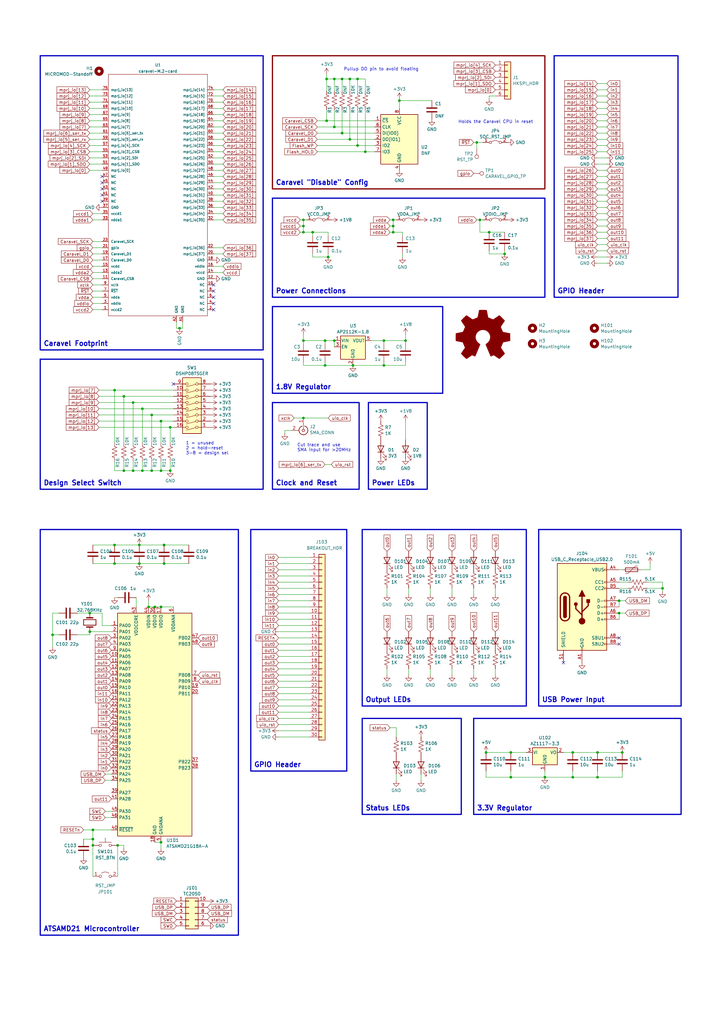
<source format=kicad_sch>
(kicad_sch (version 20230121) (generator eeschema)
  (paper "A3" portrait)
  (junction (at 245.11 318.77))
  (junction (at 146.685 59.69))
  (junction (at 223.52 318.77))
  (junction (at 254 246.38))
  (junction (at 54.61 193.04))
  (junction (at 209.55 318.77))
  (junction (at 21.59 260.35))
  (junction (at 63.5 248.92))
  (junction (at 137.16 139.7))
  (junction (at 143.51 57.15))
  (junction (at 62.23 193.04))
  (junction (at 161.29 95.25))
  (junction (at 149.86 62.23))
  (junction (at 144.78 149.86))
  (junction (at 134.62 105.41))
  (junction (at 67.31 223.52))
  (junction (at 57.15 231.14))
  (junction (at 36.83 251.46))
  (junction (at 38.1 344.17))
  (junction (at 157.48 149.86))
  (junction (at 66.04 345.44))
  (junction (at 66.04 248.92))
  (junction (at 50.8 162.56))
  (junction (at 36.83 259.08))
  (junction (at 157.48 139.7))
  (junction (at 200.66 95.25))
  (junction (at 161.29 90.17))
  (junction (at 58.42 193.04))
  (junction (at 245.11 308.61))
  (junction (at 128.27 95.25))
  (junction (at 69.85 193.04))
  (junction (at 46.99 160.02))
  (junction (at 58.42 167.64))
  (junction (at 46.99 223.52))
  (junction (at 66.04 193.04))
  (junction (at 133.35 149.86))
  (junction (at 57.15 223.52))
  (junction (at 271.78 241.3))
  (junction (at 133.35 139.7))
  (junction (at 133.985 32.385))
  (junction (at 196.85 90.17))
  (junction (at 254 251.46))
  (junction (at 163.83 41.275))
  (junction (at 209.55 308.61))
  (junction (at 67.31 231.14))
  (junction (at 62.23 170.18))
  (junction (at 234.95 318.77))
  (junction (at 124.46 171.45))
  (junction (at 73.66 134.62))
  (junction (at 166.37 139.7))
  (junction (at 124.46 139.7))
  (junction (at 124.46 92.71))
  (junction (at 133.985 49.53))
  (junction (at 199.39 308.61))
  (junction (at 46.99 231.14))
  (junction (at 48.26 346.71))
  (junction (at 161.29 92.71))
  (junction (at 140.335 32.385))
  (junction (at 50.8 193.04))
  (junction (at 60.96 248.92))
  (junction (at 140.335 54.61))
  (junction (at 69.85 175.26))
  (junction (at 54.61 165.1))
  (junction (at 137.16 32.385))
  (junction (at 38.1 340.36))
  (junction (at 137.16 52.07))
  (junction (at 195.58 58.42))
  (junction (at 143.51 32.385))
  (junction (at 207.01 104.14))
  (junction (at 66.04 172.72))
  (junction (at 146.685 32.385))
  (junction (at 38.1 346.71))
  (junction (at 124.46 95.25))
  (junction (at 255.27 308.61))
  (junction (at 124.46 90.17))
  (junction (at 234.95 308.61))
  (no_connect (at 41.91 72.39))
  (no_connect (at 87.63 119.38))
  (no_connect (at 41.91 82.55))
  (no_connect (at 41.91 74.93))
  (no_connect (at 41.91 80.01))
  (no_connect (at 71.12 157.48))
  (no_connect (at 87.63 127))
  (no_connect (at 41.91 77.47))
  (no_connect (at 87.63 116.84))
  (no_connect (at 254 261.62))
  (no_connect (at 231.14 271.78))
  (no_connect (at 87.63 124.46))
  (no_connect (at 87.63 121.92))
  (no_connect (at 254 264.16))
  (wire (pts (xy 146.685 32.385) (xy 146.685 37.465)))
  (wire (pts (xy 157.48 139.7) (xy 157.48 140.97)))
  (wire (pts (xy 114.3 279.4) (xy 127 279.4)))
  (wire (pts (xy 199.39 308.61) (xy 209.55 308.61)))
  (wire (pts (xy 124.46 139.7) (xy 133.35 139.7)))
  (wire (pts (xy 114.3 228.6) (xy 127 228.6)))
  (wire (pts (xy 91.44 69.85) (xy 87.63 69.85)))
  (wire (pts (xy 114.3 292.1) (xy 127 292.1)))
  (wire (pts (xy 245.11 90.17) (xy 248.92 90.17)))
  (wire (pts (xy 73.66 134.62) (xy 72.39 134.62)))
  (wire (pts (xy 185.42 274.32) (xy 185.42 276.86)))
  (wire (pts (xy 74.93 134.62) (xy 73.66 134.62)))
  (wire (pts (xy 245.11 44.45) (xy 248.92 44.45)))
  (wire (pts (xy 21.59 260.35) (xy 24.13 260.35)))
  (wire (pts (xy 245.11 64.77) (xy 248.92 64.77)))
  (wire (pts (xy 207.01 95.25) (xy 200.66 95.25)))
  (wire (pts (xy 162.56 317.5) (xy 162.56 320.04)))
  (wire (pts (xy 245.11 308.61) (xy 255.27 308.61)))
  (wire (pts (xy 130.175 62.23) (xy 149.86 62.23)))
  (wire (pts (xy 157.48 149.86) (xy 157.48 148.59)))
  (wire (pts (xy 223.52 318.77) (xy 223.52 316.23)))
  (wire (pts (xy 194.31 241.3) (xy 194.31 243.84)))
  (wire (pts (xy 199.39 318.77) (xy 209.55 318.77)))
  (wire (pts (xy 91.44 36.83) (xy 87.63 36.83)))
  (wire (pts (xy 45.72 256.54) (xy 41.91 256.54)))
  (wire (pts (xy 48.26 346.71) (xy 50.8 346.71)))
  (wire (pts (xy 254 238.76) (xy 257.81 238.76)))
  (wire (pts (xy 245.11 41.91) (xy 248.92 41.91)))
  (wire (pts (xy 60.96 248.92) (xy 63.5 248.92)))
  (wire (pts (xy 114.3 248.92) (xy 127 248.92)))
  (wire (pts (xy 133.985 30.48) (xy 133.985 32.385)))
  (wire (pts (xy 34.29 340.36) (xy 38.1 340.36)))
  (wire (pts (xy 41.91 59.69) (xy 36.83 59.69)))
  (wire (pts (xy 91.44 52.07) (xy 87.63 52.07)))
  (wire (pts (xy 55.88 245.11) (xy 55.88 248.92)))
  (wire (pts (xy 245.11 74.93) (xy 248.92 74.93)))
  (wire (pts (xy 194.31 274.32) (xy 194.31 276.86)))
  (wire (pts (xy 36.83 259.08) (xy 36.83 260.35)))
  (wire (pts (xy 172.72 317.5) (xy 172.72 320.04)))
  (wire (pts (xy 124.46 95.25) (xy 123.19 95.25)))
  (wire (pts (xy 114.3 271.78) (xy 127 271.78)))
  (wire (pts (xy 160.02 95.25) (xy 161.29 95.25)))
  (wire (pts (xy 199.39 316.23) (xy 199.39 318.77)))
  (wire (pts (xy 124.46 139.7) (xy 124.46 140.97)))
  (wire (pts (xy 130.175 59.69) (xy 146.685 59.69)))
  (wire (pts (xy 40.64 160.02) (xy 46.99 160.02)))
  (wire (pts (xy 254 241.3) (xy 257.81 241.3)))
  (wire (pts (xy 114.3 269.24) (xy 127 269.24)))
  (wire (pts (xy 137.16 52.07) (xy 137.16 45.085)))
  (wire (pts (xy 130.175 57.15) (xy 143.51 57.15)))
  (wire (pts (xy 200.66 104.14) (xy 200.66 102.87)))
  (wire (pts (xy 114.3 289.56) (xy 127 289.56)))
  (wire (pts (xy 140.335 37.465) (xy 140.335 32.385)))
  (wire (pts (xy 41.91 39.37) (xy 36.83 39.37)))
  (wire (pts (xy 41.91 121.92) (xy 38.1 121.92)))
  (wire (pts (xy 245.11 85.09) (xy 248.92 85.09)))
  (wire (pts (xy 137.16 32.385) (xy 140.335 32.385)))
  (wire (pts (xy 38.1 346.71) (xy 38.1 359.41)))
  (wire (pts (xy 114.3 251.46) (xy 127 251.46)))
  (wire (pts (xy 128.27 95.25) (xy 128.27 96.52)))
  (wire (pts (xy 166.37 137.16) (xy 166.37 139.7)))
  (wire (pts (xy 245.11 46.99) (xy 248.92 46.99)))
  (wire (pts (xy 91.44 90.17) (xy 87.63 90.17)))
  (wire (pts (xy 41.91 109.22) (xy 38.1 109.22)))
  (wire (pts (xy 114.3 236.22) (xy 127 236.22)))
  (wire (pts (xy 245.11 57.15) (xy 248.92 57.15)))
  (wire (pts (xy 114.3 246.38) (xy 127 246.38)))
  (wire (pts (xy 114.3 297.18) (xy 127 297.18)))
  (wire (pts (xy 67.31 231.14) (xy 77.47 231.14)))
  (wire (pts (xy 50.8 162.56) (xy 50.8 181.61)))
  (wire (pts (xy 114.3 241.3) (xy 127 241.3)))
  (wire (pts (xy 57.15 231.14) (xy 67.31 231.14)))
  (wire (pts (xy 38.1 340.36) (xy 38.1 344.17)))
  (wire (pts (xy 114.3 256.54) (xy 127 256.54)))
  (wire (pts (xy 43.18 317.5) (xy 45.72 317.5)))
  (wire (pts (xy 254 246.38) (xy 256.54 246.38)))
  (wire (pts (xy 161.29 95.25) (xy 165.1 95.25)))
  (wire (pts (xy 66.04 172.72) (xy 66.04 181.61)))
  (wire (pts (xy 91.44 101.6) (xy 87.63 101.6)))
  (wire (pts (xy 43.18 320.04) (xy 45.72 320.04)))
  (wire (pts (xy 91.44 59.69) (xy 87.63 59.69)))
  (wire (pts (xy 160.02 92.71) (xy 161.29 92.71)))
  (wire (pts (xy 144.78 149.86) (xy 157.48 149.86)))
  (wire (pts (xy 149.86 62.23) (xy 149.86 45.085)))
  (wire (pts (xy 167.64 274.32) (xy 167.64 276.86)))
  (wire (pts (xy 140.335 32.385) (xy 143.51 32.385)))
  (wire (pts (xy 69.85 175.26) (xy 69.85 181.61)))
  (wire (pts (xy 62.23 193.04) (xy 58.42 193.04)))
  (wire (pts (xy 254 246.38) (xy 254 248.92)))
  (wire (pts (xy 114.3 259.08) (xy 127 259.08)))
  (wire (pts (xy 38.1 223.52) (xy 46.99 223.52)))
  (wire (pts (xy 41.91 127) (xy 38.1 127)))
  (wire (pts (xy 195.58 58.42) (xy 194.31 58.42)))
  (wire (pts (xy 114.3 299.72) (xy 127 299.72)))
  (wire (pts (xy 134.62 105.41) (xy 134.62 104.14)))
  (wire (pts (xy 134.62 95.25) (xy 134.62 96.52)))
  (wire (pts (xy 41.91 41.91) (xy 36.83 41.91)))
  (wire (pts (xy 124.46 171.45) (xy 134.62 171.45)))
  (wire (pts (xy 245.11 102.87) (xy 248.92 102.87)))
  (wire (pts (xy 133.35 139.7) (xy 133.35 140.97)))
  (wire (pts (xy 91.44 109.22) (xy 87.63 109.22)))
  (wire (pts (xy 124.46 137.16) (xy 124.46 139.7)))
  (wire (pts (xy 91.44 85.09) (xy 87.63 85.09)))
  (wire (pts (xy 74.93 132.08) (xy 74.93 134.62)))
  (wire (pts (xy 41.91 106.68) (xy 38.1 106.68)))
  (wire (pts (xy 58.42 193.04) (xy 54.61 193.04)))
  (wire (pts (xy 124.46 95.25) (xy 128.27 95.25)))
  (wire (pts (xy 265.43 241.3) (xy 271.78 241.3)))
  (wire (pts (xy 245.11 107.95) (xy 248.92 107.95)))
  (wire (pts (xy 245.11 77.47) (xy 248.92 77.47)))
  (wire (pts (xy 153.67 59.69) (xy 146.685 59.69)))
  (wire (pts (xy 116.84 177.8) (xy 116.84 176.53)))
  (wire (pts (xy 38.1 344.17) (xy 38.1 346.71)))
  (wire (pts (xy 167.64 241.3) (xy 167.64 243.84)))
  (wire (pts (xy 69.85 193.04) (xy 66.04 193.04)))
  (wire (pts (xy 48.26 346.71) (xy 48.26 359.41)))
  (wire (pts (xy 41.91 119.38) (xy 38.1 119.38)))
  (wire (pts (xy 153.67 57.15) (xy 143.51 57.15)))
  (wire (pts (xy 114.3 238.76) (xy 127 238.76)))
  (wire (pts (xy 114.3 294.64) (xy 127 294.64)))
  (wire (pts (xy 62.23 189.23) (xy 62.23 193.04)))
  (wire (pts (xy 133.985 32.385) (xy 137.16 32.385)))
  (wire (pts (xy 271.78 241.3) (xy 271.78 242.57)))
  (wire (pts (xy 114.3 254) (xy 127 254)))
  (wire (pts (xy 38.1 340.36) (xy 45.72 340.36)))
  (wire (pts (xy 54.61 193.04) (xy 50.8 193.04)))
  (wire (pts (xy 41.91 114.3) (xy 38.1 114.3)))
  (wire (pts (xy 124.46 92.71) (xy 124.46 95.25)))
  (wire (pts (xy 266.7 231.14) (xy 266.7 233.68)))
  (wire (pts (xy 158.75 241.3) (xy 158.75 243.84)))
  (wire (pts (xy 207.01 104.14) (xy 200.66 104.14)))
  (wire (pts (xy 133.35 139.7) (xy 137.16 139.7)))
  (wire (pts (xy 128.27 105.41) (xy 128.27 104.14)))
  (wire (pts (xy 245.11 54.61) (xy 248.92 54.61)))
  (wire (pts (xy 137.16 139.7) (xy 137.16 142.24)))
  (wire (pts (xy 41.91 46.99) (xy 36.83 46.99)))
  (wire (pts (xy 165.1 105.41) (xy 165.1 104.14)))
  (wire (pts (xy 41.91 124.46) (xy 38.1 124.46)))
  (wire (pts (xy 41.91 54.61) (xy 36.83 54.61)))
  (wire (pts (xy 153.67 49.53) (xy 133.985 49.53)))
  (wire (pts (xy 58.42 167.64) (xy 58.42 181.61)))
  (wire (pts (xy 234.95 308.61) (xy 245.11 308.61)))
  (wire (pts (xy 91.44 82.55) (xy 87.63 82.55)))
  (wire (pts (xy 130.175 49.53) (xy 133.985 49.53)))
  (wire (pts (xy 114.3 233.68) (xy 127 233.68)))
  (wire (pts (xy 114.3 266.7) (xy 127 266.7)))
  (wire (pts (xy 36.83 260.35) (xy 31.75 260.35)))
  (wire (pts (xy 146.685 32.385) (xy 143.51 32.385)))
  (wire (pts (xy 66.04 189.23) (xy 66.04 193.04)))
  (wire (pts (xy 130.175 54.61) (xy 140.335 54.61)))
  (wire (pts (xy 66.04 193.04) (xy 62.23 193.04)))
  (wire (pts (xy 41.91 99.06) (xy 38.1 99.06)))
  (wire (pts (xy 114.3 243.84) (xy 127 243.84)))
  (wire (pts (xy 245.11 62.23) (xy 248.92 62.23)))
  (wire (pts (xy 200.66 40.64) (xy 200.66 39.37)))
  (wire (pts (xy 203.2 241.3) (xy 203.2 243.84)))
  (wire (pts (xy 245.11 34.29) (xy 248.92 34.29)))
  (wire (pts (xy 41.91 87.63) (xy 38.1 87.63)))
  (wire (pts (xy 72.39 134.62) (xy 72.39 132.08)))
  (wire (pts (xy 133.35 190.5) (xy 135.89 190.5)))
  (wire (pts (xy 234.95 316.23) (xy 234.95 318.77)))
  (wire (pts (xy 254 251.46) (xy 254 254)))
  (wire (pts (xy 161.29 92.71) (xy 161.29 90.17)))
  (wire (pts (xy 245.11 80.01) (xy 248.92 80.01)))
  (wire (pts (xy 114.3 276.86) (xy 127 276.86)))
  (wire (pts (xy 165.1 95.25) (xy 165.1 96.52)))
  (wire (pts (xy 41.91 52.07) (xy 36.83 52.07)))
  (wire (pts (xy 40.64 167.64) (xy 58.42 167.64)))
  (wire (pts (xy 46.99 245.11) (xy 48.26 245.11)))
  (wire (pts (xy 195.58 60.96) (xy 195.58 58.42)))
  (wire (pts (xy 254 251.46) (xy 256.54 251.46)))
  (wire (pts (xy 54.61 165.1) (xy 54.61 181.61)))
  (wire (pts (xy 133.35 149.86) (xy 144.78 149.86)))
  (wire (pts (xy 46.99 189.23) (xy 46.99 193.04)))
  (wire (pts (xy 271.78 238.76) (xy 271.78 241.3)))
  (wire (pts (xy 66.04 172.72) (xy 71.12 172.72)))
  (wire (pts (xy 166.37 139.7) (xy 166.37 140.97)))
  (wire (pts (xy 66.04 248.92) (xy 71.12 248.92)))
  (wire (pts (xy 245.11 105.41) (xy 248.92 105.41)))
  (wire (pts (xy 38.1 231.14) (xy 46.99 231.14)))
  (wire (pts (xy 209.55 316.23) (xy 209.55 318.77)))
  (wire (pts (xy 231.14 308.61) (xy 234.95 308.61)))
  (wire (pts (xy 57.15 223.52) (xy 67.31 223.52)))
  (wire (pts (xy 46.99 160.02) (xy 46.99 181.61)))
  (wire (pts (xy 203.2 274.32) (xy 203.2 276.86)))
  (wire (pts (xy 124.46 90.17) (xy 124.46 92.71)))
  (wire (pts (xy 41.91 49.53) (xy 36.83 49.53)))
  (wire (pts (xy 162.56 298.45) (xy 162.56 302.26)))
  (wire (pts (xy 50.8 189.23) (xy 50.8 193.04)))
  (wire (pts (xy 133.985 37.465) (xy 133.985 32.385)))
  (wire (pts (xy 58.42 167.64) (xy 71.12 167.64)))
  (wire (pts (xy 69.85 175.26) (xy 71.12 175.26)))
  (wire (pts (xy 223.52 318.77) (xy 234.95 318.77)))
  (wire (pts (xy 69.85 189.23) (xy 69.85 193.04)))
  (wire (pts (xy 46.99 223.52) (xy 57.15 223.52)))
  (wire (pts (xy 196.85 90.17) (xy 198.12 90.17)))
  (wire (pts (xy 146.685 59.69) (xy 146.685 45.085)))
  (wire (pts (xy 40.64 172.72) (xy 66.04 172.72)))
  (wire (pts (xy 41.91 104.14) (xy 38.1 104.14)))
  (wire (pts (xy 153.67 62.23) (xy 149.86 62.23)))
  (wire (pts (xy 245.11 67.31) (xy 248.92 67.31)))
  (wire (pts (xy 41.91 67.31) (xy 36.83 67.31)))
  (wire (pts (xy 50.8 193.04) (xy 46.99 193.04)))
  (wire (pts (xy 124.46 90.17) (xy 125.73 90.17)))
  (wire (pts (xy 200.66 39.37) (xy 203.2 39.37)))
  (wire (pts (xy 143.51 57.15) (xy 143.51 45.085)))
  (wire (pts (xy 153.67 54.61) (xy 140.335 54.61)))
  (wire (pts (xy 114.3 302.26) (xy 127 302.26)))
  (wire (pts (xy 41.91 69.85) (xy 36.83 69.85)))
  (wire (pts (xy 46.99 160.02) (xy 71.12 160.02)))
  (wire (pts (xy 41.91 36.83) (xy 36.83 36.83)))
  (wire (pts (xy 160.02 90.17) (xy 161.29 90.17)))
  (wire (pts (xy 140.335 54.61) (xy 140.335 45.085)))
  (wire (pts (xy 91.44 64.77) (xy 87.63 64.77)))
  (wire (pts (xy 91.44 44.45) (xy 87.63 44.45)))
  (wire (pts (xy 91.44 111.76) (xy 87.63 111.76)))
  (wire (pts (xy 130.175 52.07) (xy 137.16 52.07)))
  (wire (pts (xy 245.11 39.37) (xy 248.92 39.37)))
  (wire (pts (xy 41.91 62.23) (xy 36.83 62.23)))
  (wire (pts (xy 91.44 54.61) (xy 87.63 54.61)))
  (wire (pts (xy 245.11 100.33) (xy 248.92 100.33)))
  (wire (pts (xy 120.65 171.45) (xy 124.46 171.45)))
  (wire (pts (xy 149.86 32.385) (xy 146.685 32.385)))
  (wire (pts (xy 91.44 57.15) (xy 87.63 57.15)))
  (wire (pts (xy 166.37 149.86) (xy 157.48 149.86)))
  (wire (pts (xy 176.53 274.32) (xy 176.53 276.86)))
  (wire (pts (xy 66.04 345.44) (xy 66.04 347.98)))
  (wire (pts (xy 200.66 95.25) (xy 196.85 95.25)))
  (wire (pts (xy 254 233.68) (xy 255.27 233.68)))
  (wire (pts (xy 91.44 77.47) (xy 87.63 77.47)))
  (wire (pts (xy 133.985 49.53) (xy 133.985 45.085)))
  (wire (pts (xy 41.91 44.45) (xy 36.83 44.45)))
  (wire (pts (xy 124.46 149.86) (xy 124.46 148.59)))
  (wire (pts (xy 43.18 335.28) (xy 45.72 335.28)))
  (wire (pts (xy 185.42 241.3) (xy 185.42 243.84)))
  (wire (pts (xy 133.35 148.59) (xy 133.35 149.86)))
  (wire (pts (xy 114.3 274.32) (xy 127 274.32)))
  (wire (pts (xy 133.35 149.86) (xy 124.46 149.86)))
  (wire (pts (xy 34.29 344.17) (xy 38.1 344.17)))
  (wire (pts (xy 114.3 287.02) (xy 127 287.02)))
  (wire (pts (xy 245.11 36.83) (xy 248.92 36.83)))
  (wire (pts (xy 245.11 92.71) (xy 248.92 92.71)))
  (wire (pts (xy 41.91 111.76) (xy 38.1 111.76)))
  (wire (pts (xy 163.83 41.275) (xy 177.165 41.275)))
  (wire (pts (xy 209.55 318.77) (xy 223.52 318.77)))
  (wire (pts (xy 41.91 251.46) (xy 36.83 251.46)))
  (wire (pts (xy 21.59 251.46) (xy 21.59 260.35)))
  (wire (pts (xy 157.48 139.7) (xy 166.37 139.7)))
  (wire (pts (xy 245.11 82.55) (xy 248.92 82.55)))
  (wire (pts (xy 114.3 261.62) (xy 127 261.62)))
  (wire (pts (xy 54.61 189.23) (xy 54.61 193.04)))
  (wire (pts (xy 207.01 102.87) (xy 207.01 104.14)))
  (wire (pts (xy 43.18 332.74) (xy 45.72 332.74)))
  (wire (pts (xy 245.11 95.25) (xy 248.92 95.25)))
  (wire (pts (xy 245.11 69.85) (xy 248.92 69.85)))
  (wire (pts (xy 91.44 104.14) (xy 87.63 104.14)))
  (wire (pts (xy 134.62 105.41) (xy 128.27 105.41)))
  (wire (pts (xy 195.58 90.17) (xy 196.85 90.17)))
  (wire (pts (xy 163.83 41.275) (xy 163.83 44.45)))
  (wire (pts (xy 41.91 90.17) (xy 38.1 90.17)))
  (wire (pts (xy 245.11 49.53) (xy 248.92 49.53)))
  (wire (pts (xy 40.64 165.1) (xy 54.61 165.1)))
  (wire (pts (xy 176.53 241.3) (xy 176.53 243.84)))
  (wire (pts (xy 58.42 189.23) (xy 58.42 193.04)))
  (wire (pts (xy 245.11 87.63) (xy 248.92 87.63)))
  (wire (pts (xy 91.44 87.63) (xy 87.63 87.63)))
  (wire (pts (xy 114.3 281.94) (xy 127 281.94)))
  (wire (pts (xy 91.44 49.53) (xy 87.63 49.53)))
  (wire (pts (xy 143.51 32.385) (xy 143.51 37.465)))
  (wire (pts (xy 255.27 318.77) (xy 255.27 316.23)))
  (wire (pts (xy 245.11 97.79) (xy 248.92 97.79)))
  (wire (pts (xy 91.44 74.93) (xy 87.63 74.93)))
  (wire (pts (xy 265.43 238.76) (xy 271.78 238.76)))
  (wire (pts (xy 91.44 67.31) (xy 87.63 67.31)))
  (wire (pts (xy 62.23 170.18) (xy 71.12 170.18)))
  (wire (pts (xy 114.3 264.16) (xy 127 264.16)))
  (wire (pts (xy 36.83 259.08) (xy 45.72 259.08)))
  (wire (pts (xy 41.91 64.77) (xy 36.83 64.77)))
  (wire (pts (xy 31.75 251.46) (xy 36.83 251.46)))
  (wire (pts (xy 91.44 46.99) (xy 87.63 46.99)))
  (wire (pts (xy 245.11 318.77) (xy 245.11 316.23)))
  (wire (pts (xy 40.64 175.26) (xy 69.85 175.26)))
  (wire (pts (xy 166.37 148.59) (xy 166.37 149.86)))
  (wire (pts (xy 137.16 32.385) (xy 137.16 37.465)))
  (wire (pts (xy 158.75 274.32) (xy 158.75 276.86)))
  (wire (pts (xy 91.44 80.01) (xy 87.63 80.01)))
  (wire (pts (xy 149.86 37.465) (xy 149.86 32.385)))
  (wire (pts (xy 195.58 58.42) (xy 198.12 58.42)))
  (wire (pts (xy 21.59 260.35) (xy 21.59 265.43)))
  (wire (pts (xy 161.29 90.17) (xy 162.56 90.17)))
  (wire (pts (xy 40.64 170.18) (xy 62.23 170.18)))
  (wire (pts (xy 245.11 318.77) (xy 255.27 318.77)))
  (wire (pts (xy 91.44 72.39) (xy 87.63 72.39)))
  (wire (pts (xy 41.91 101.6) (xy 38.1 101.6)))
  (wire (pts (xy 63.5 248.92) (xy 66.04 248.92)))
  (wire (pts (xy 63.5 345.44) (xy 66.04 345.44)))
  (wire (pts (xy 67.31 223.52) (xy 77.47 223.52)))
  (wire (pts (xy 209.55 308.61) (xy 215.9 308.61)))
  (wire (pts (xy 196.85 90.17) (xy 196.85 95.25)))
  (wire (pts (xy 262.89 233.68) (xy 266.7 233.68)))
  (wire (pts (xy 128.27 95.25) (xy 134.62 95.25)))
  (wire (pts (xy 153.67 52.07) (xy 137.16 52.07)))
  (wire (pts (xy 41.91 116.84) (xy 38.1 116.84)))
  (wire (pts (xy 114.3 284.48) (xy 127 284.48)))
  (wire (pts (xy 54.61 165.1) (xy 71.12 165.1)))
  (wire (pts (xy 166.37 172.72) (xy 166.37 180.34)))
  (wire (pts (xy 116.84 176.53) (xy 119.38 176.53)))
  (wire (pts (xy 50.8 162.56) (xy 71.12 162.56)))
  (wire (pts (xy 91.44 41.91) (xy 87.63 41.91)))
  (wire (pts (xy 60.96 246.38) (xy 60.96 248.92)))
  (wire (pts (xy 40.64 162.56) (xy 50.8 162.56)))
  (wire (pts (xy 161.29 95.25) (xy 161.29 92.71)))
  (wire (pts (xy 62.23 170.18) (xy 62.23 181.61)))
  (wire (pts (xy 234.95 318.77) (xy 245.11 318.77)))
  (wire (pts (xy 24.13 251.46) (xy 21.59 251.46)))
  (wire (pts (xy 114.3 231.14) (xy 127 231.14)))
  (wire (pts (xy 160.02 298.45) (xy 162.56 298.45)))
  (wire (pts (xy 245.11 59.69) (xy 248.92 59.69)))
  (wire (pts (xy 245.11 52.07) (xy 248.92 52.07)))
  (wire (pts (xy 124.46 92.71) (xy 123.19 92.71)))
  (wire (pts (xy 123.19 90.17) (xy 124.46 90.17)))
  (wire (pts (xy 163.83 40.64) (xy 163.83 41.275)))
  (wire (pts (xy 46.99 231.14) (xy 57.15 231.14)))
  (wire (pts (xy 152.4 139.7) (xy 157.48 139.7)))
  (wire (pts (xy 41.91 57.15) (xy 36.83 57.15)))
  (wire (pts (xy 245.11 72.39) (xy 248.92 72.39)))
  (wire (pts (xy 41.91 256.54) (xy 41.91 251.46)))
  (wire (pts (xy 50.8 346.71) (xy 50.8 347.98)))
  (wire (pts (xy 91.44 62.23) (xy 87.63 62.23)))
  (wire (pts (xy 91.44 39.37) (xy 87.63 39.37)))
  (rectangle (start 102.87 217.17) (end 142.24 316.23) (stroke (width 0.5)))
  (rectangle (start 194.31 294.64) (end 279.4 334.01) (stroke (width 0.5)))
  (rectangle (start 16.51 217.17) (end 97.79 383.54) (stroke (width 0.5)))
  (rectangle (start 151.13 165.1) (end 175.26 200.66) (stroke (width 0.5)))
  (rectangle (start 227.33 22.86) (end 278.13 121.92) (stroke (width 0.5)))
  (rectangle (start 111.76 125.73) (end 181.61 161.29) (stroke (width 0.5)))
  (rectangle (start 111.76 165.1) (end 147.32 200.66) (stroke (width 0.5)))
  (rectangle (start 16.51 147.32) (end 107.95 200.66) (stroke (width 0.5)))
  (rectangle (start 148.59 294.64) (end 189.23 334.01) (stroke (width 0.5)))
  (rectangle (start 220.98 217.17) (end 279.4 289.56) (stroke (width 0.5)))
  (rectangle (start 16.51 22.86) (end 107.95 143.51) (stroke (width 0.5)))
  (rectangle (start 111.76 81.28) (end 223.52 121.92) (stroke (width 0.5)))
  (rectangle (start 148.59 217.17) (end 215.9 289.56) (stroke (width 0.5)))
  (rectangle (start 111.76 22.86) (end 223.52 77.47) (stroke (width 0.5) (color 132 0 0 1)))
  (text "Power Connections" (at 113.03 120.65 0) (effects (font (size 2 2) (thickness 0.4) bold) (justify left bottom)))
  (text "GPIO Header" (at 104.14 314.96 0) (effects (font (size 2 2) (thickness 0.4) bold) (justify left bottom)))
  (text "Caravel Footprint" (at 17.78 142.24 0) (effects (font (size 2 2) (thickness 0.4) bold) (justify left bottom)))
  (text "Power LEDs" (at 152.4 199.39 0) (effects (font (size 2 2) (thickness 0.4) bold) (justify left bottom)))
  (text "ATSAMD21 Microcontroller" (at 17.78 382.27 0) (effects (font (size 2 2) (thickness 0.4) bold) (justify left bottom)))
  (text "Status LEDs" (at 149.86 332.74 0) (effects (font (size 2 2) (thickness 0.4) bold) (justify left bottom)))
  (text "1.8V Regulator" (at 113.03 160.02 0) (effects (font (size 2 2) (thickness 0.4) bold) (justify left bottom)))
  (text "Output LEDs" (at 149.86 288.29 0) (effects (font (size 2 2) (thickness 0.4) bold) (justify left bottom)))
  (text "Design Select Switch" (at 17.78 199.39 0) (effects (font (size 2 2) (thickness 0.4) bold) (justify left bottom)))
  (text "Caravel \"Disable\" Config" (at 113.03 76.2 0) (effects (font (size 2 2) (thickness 0.4) bold) (justify left bottom)))
  (text "Cut trace and use\nSMA input for >20MHz" (at 121.92 185.42 0) (effects (font (size 1.27 1.27)) (justify left bottom)))
  (text "Pullup DO pin to avoid floating" (at 140.97 29.21 0) (effects (font (size 1.27 1.27)) (justify left bottom)))
  (text "Clock and Reset" (at 113.03 199.39 0) (effects (font (size 2 2) (thickness 0.4) bold) (justify left bottom)))
  (text "3.3V Regulator" (at 195.58 332.74 0) (effects (font (size 2 2) (thickness 0.4) bold) (justify left bottom)))
  (text "GPIO Header" (at 228.6 120.65 0) (effects (font (size 2 2) (thickness 0.4) bold) (justify left bottom)))
  (text "1 = unused\n2 = hold-reset\n3-8 = design sel" (at 76.2 186.69 0) (effects (font (size 1.27 1.27)) (justify left bottom)))
  (text "USB Power Input" (at 222.25 288.29 0) (effects (font (size 2 2) (thickness 0.4) bold) (justify left bottom)))
  (text "Holds the Caravel CPU in reset" (at 187.96 50.8 0) (effects (font (size 1.27 1.27)) (justify left bottom)))
  (global_label "out5" (shape input) (at 114.3 276.86 180) (property "Intersheetrefs" "${INTERSHEET_REFS}" (effects hide)))
  (global_label "out3" (shape input) (at 248.92 77.47 0) (property "Intersheetrefs" "${INTERSHEET_REFS}" (effects hide)))
  (global_label "mprj_io[30]" (shape input) (at 91.44 77.47 0) (property "Intersheetrefs" "${INTERSHEET_REFS}" (effects hide)))
  (global_label "in4" (shape input) (at 248.92 44.45 0) (property "Intersheetrefs" "${INTERSHEET_REFS}" (effects hide)))
  (global_label "in2" (shape input) (at 45.72 309.88 180) (property "Intersheetrefs" "${INTERSHEET_REFS}" (effects hide)))
  (global_label "out8" (shape input) (at 114.3 284.48 180) (property "Intersheetrefs" "${INTERSHEET_REFS}" (effects hide)))
  (global_label "uio_rst" (shape input) (at 81.28 276.86 0) (property "Intersheetrefs" "${INTERSHEET_REFS}" (effects hide)))
  (global_label "RESETn" (shape input) (at 114.3 261.62 180) (property "Intersheetrefs" "${INTERSHEET_REFS}" (effects hide)))
  (global_label "out4" (shape input) (at 248.92 80.01 0) (property "Intersheetrefs" "${INTERSHEET_REFS}" (effects hide)))
  (global_label "mprj_io[13]" (shape input) (at 36.83 36.83 180) (property "Intersheetrefs" "${INTERSHEET_REFS}" (effects hide)))
  (global_label "in9" (shape input) (at 114.3 251.46 180) (property "Intersheetrefs" "${INTERSHEET_REFS}" (effects hide)))
  (global_label "mprj_io[33]" (shape input) (at 245.11 87.63 180) (property "Intersheetrefs" "${INTERSHEET_REFS}" (effects hide)))
  (global_label "out2" (shape input) (at 45.72 276.86 180) (property "Intersheetrefs" "${INTERSHEET_REFS}" (effects hide)))
  (global_label "in11" (shape input) (at 248.92 62.23 0) (property "Intersheetrefs" "${INTERSHEET_REFS}" (effects hide)))
  (global_label "in8" (shape input) (at 45.72 292.1 180) (property "Intersheetrefs" "${INTERSHEET_REFS}" (effects hide)))
  (global_label "in1" (shape input) (at 45.72 312.42 180) (property "Intersheetrefs" "${INTERSHEET_REFS}" (effects hide)))
  (global_label "mprj_io[11]" (shape input) (at 40.64 170.18 180) (property "Intersheetrefs" "${INTERSHEET_REFS}" (effects hide)))
  (global_label "in6" (shape input) (at 248.92 49.53 0) (property "Intersheetrefs" "${INTERSHEET_REFS}" (effects hide)))
  (global_label "uio_rst" (shape input) (at 135.89 190.5 0) (property "Intersheetrefs" "${INTERSHEET_REFS}" (effects hide)))
  (global_label "out8" (shape input) (at 248.92 90.17 0) (property "Intersheetrefs" "${INTERSHEET_REFS}" (effects hide)))
  (global_label "mprj_io[13]" (shape input) (at 40.64 175.26 180) (property "Intersheetrefs" "${INTERSHEET_REFS}" (effects hide)))
  (global_label "out11" (shape input) (at 203.2 259.08 90) (property "Intersheetrefs" "${INTERSHEET_REFS}" (effects hide)))
  (global_label "USB_DM" (shape input) (at 85.09 374.65 0) (property "Intersheetrefs" "${INTERSHEET_REFS}" (effects hide)))
  (global_label "vdda" (shape input) (at 38.1 121.92 180) (property "Intersheetrefs" "${INTERSHEET_REFS}" (effects hide)))
  (global_label "in4" (shape input) (at 45.72 304.8 180) (property "Intersheetrefs" "${INTERSHEET_REFS}" (effects hide)))
  (global_label "mprj_io[7]" (shape input) (at 40.64 160.02 180) (property "Intersheetrefs" "${INTERSHEET_REFS}" (effects hide)))
  (global_label "out1" (shape input) (at 167.64 226.06 90) (property "Intersheetrefs" "${INTERSHEET_REFS}" (effects hide)))
  (global_label "mprj_io[18]" (shape input) (at 245.11 44.45 180) (property "Intersheetrefs" "${INTERSHEET_REFS}" (effects hide)))
  (global_label "mprj_io[27]" (shape input) (at 91.44 69.85 0) (property "Intersheetrefs" "${INTERSHEET_REFS}" (effects hide)))
  (global_label "out7" (shape input) (at 248.92 87.63 0) (property "Intersheetrefs" "${INTERSHEET_REFS}" (effects hide)))
  (global_label "mprj_io[7]" (shape input) (at 36.83 52.07 180) (property "Intersheetrefs" "${INTERSHEET_REFS}" (effects hide)))
  (global_label "mprj_io[9]" (shape input) (at 40.64 165.1 180) (property "Intersheetrefs" "${INTERSHEET_REFS}" (effects hide)))
  (global_label "vdda2" (shape input) (at 160.02 95.25 180) (property "Intersheetrefs" "${INTERSHEET_REFS}" (effects hide)))
  (global_label "mprj_io[20]" (shape input) (at 245.11 49.53 180) (property "Intersheetrefs" "${INTERSHEET_REFS}" (effects hide)))
  (global_label "mprj_io[6]_ser_tx" (shape input) (at 36.83 54.61 180) (property "Intersheetrefs" "${INTERSHEET_REFS}" (effects hide)))
  (global_label "in1" (shape input) (at 114.3 231.14 180) (property "Intersheetrefs" "${INTERSHEET_REFS}" (effects hide)))
  (global_label "status" (shape input) (at 85.09 377.19 0) (property "Intersheetrefs" "${INTERSHEET_REFS}" (effects hide)))
  (global_label "in2" (shape input) (at 114.3 233.68 180) (property "Intersheetrefs" "${INTERSHEET_REFS}" (effects hide)))
  (global_label "uio_rst" (shape input) (at 245.11 102.87 180) (property "Intersheetrefs" "${INTERSHEET_REFS}" (effects hide)))
  (global_label "mprj_io[5]_ser_rx" (shape input) (at 36.83 57.15 180) (property "Intersheetrefs" "${INTERSHEET_REFS}" (effects hide)))
  (global_label "in4" (shape input) (at 114.3 238.76 180) (property "Intersheetrefs" "${INTERSHEET_REFS}" (effects hide)))
  (global_label "mprj_io[2]_SDI" (shape input) (at 203.2 31.75 180) (property "Intersheetrefs" "${INTERSHEET_REFS}" (effects hide)))
  (global_label "out9" (shape input) (at 185.42 259.08 90) (property "Intersheetrefs" "${INTERSHEET_REFS}" (effects hide)))
  (global_label "Caravel_D1" (shape input) (at 38.1 104.14 180) (property "Intersheetrefs" "${INTERSHEET_REFS}" (effects hide)))
  (global_label "USB_DP" (shape input) (at 256.54 251.46 0) (property "Intersheetrefs" "${INTERSHEET_REFS}" (effects hide)))
  (global_label "uio_rst" (shape input) (at 114.3 297.18 180) (property "Intersheetrefs" "${INTERSHEET_REFS}" (effects hide)))
  (global_label "in8" (shape input) (at 114.3 248.92 180) (property "Intersheetrefs" "${INTERSHEET_REFS}" (effects hide)))
  (global_label "mprj_io[8]" (shape input) (at 40.64 162.56 180) (property "Intersheetrefs" "${INTERSHEET_REFS}" (effects hide)))
  (global_label "in7" (shape input) (at 114.3 246.38 180) (property "Intersheetrefs" "${INTERSHEET_REFS}" (effects hide)))
  (global_label "Caravel_CSB" (shape input) (at 130.175 49.53 180) (property "Intersheetrefs" "${INTERSHEET_REFS}" (effects hide)))
  (global_label "mprj_io[16]" (shape input) (at 91.44 41.91 0) (property "Intersheetrefs" "${INTERSHEET_REFS}" (effects hide)))
  (global_label "mprj_io[0]" (shape input) (at 203.2 36.83 180) (property "Intersheetrefs" "${INTERSHEET_REFS}" (effects hide)))
  (global_label "mprj_io[34]" (shape input) (at 91.44 87.63 0) (property "Intersheetrefs" "${INTERSHEET_REFS}" (effects hide)))
  (global_label "out3" (shape input) (at 45.72 274.32 180) (property "Intersheetrefs" "${INTERSHEET_REFS}" (effects hide)))
  (global_label "SWC" (shape input) (at 43.18 332.74 180) (property "Intersheetrefs" "${INTERSHEET_REFS}" (effects hide)))
  (global_label "uio_clk" (shape input) (at 114.3 294.64 180) (property "Intersheetrefs" "${INTERSHEET_REFS}" (effects hide)))
  (global_label "mprj_io[32]" (shape input) (at 91.44 82.55 0) (property "Intersheetrefs" "${INTERSHEET_REFS}" (effects hide)))
  (global_label "out7" (shape input) (at 167.64 259.08 90) (property "Intersheetrefs" "${INTERSHEET_REFS}" (effects hide)))
  (global_label "out6" (shape input) (at 114.3 279.4 180) (property "Intersheetrefs" "${INTERSHEET_REFS}" (effects hide)))
  (global_label "mprj_io[8]" (shape input) (at 36.83 49.53 180) (property "Intersheetrefs" "${INTERSHEET_REFS}" (effects hide)))
  (global_label "in2" (shape input) (at 248.92 39.37 0) (property "Intersheetrefs" "${INTERSHEET_REFS}" (effects hide)))
  (global_label "mprj_io[21]" (shape input) (at 91.44 54.61 0) (property "Intersheetrefs" "${INTERSHEET_REFS}" (effects hide)))
  (global_label "vdda2" (shape input) (at 38.1 111.76 180) (property "Intersheetrefs" "${INTERSHEET_REFS}" (effects hide)))
  (global_label "vccd" (shape input) (at 38.1 109.22 180) (property "Intersheetrefs" "${INTERSHEET_REFS}" (effects hide)))
  (global_label "out4" (shape input) (at 194.31 226.06 90) (property "Intersheetrefs" "${INTERSHEET_REFS}" (effects hide)))
  (global_label "in8" (shape input) (at 248.92 54.61 0) (property "Intersheetrefs" "${INTERSHEET_REFS}" (effects hide)))
  (global_label "vdda1" (shape input) (at 160.02 92.71 180) (property "Intersheetrefs" "${INTERSHEET_REFS}" (effects hide)))
  (global_label "in9" (shape input) (at 248.92 57.15 0) (property "Intersheetrefs" "${INTERSHEET_REFS}" (effects hide)))
  (global_label "out4" (shape input) (at 114.3 274.32 180) (property "Intersheetrefs" "${INTERSHEET_REFS}" (effects hide)))
  (global_label "mprj_io[29]" (shape input) (at 245.11 77.47 180) (property "Intersheetrefs" "${INTERSHEET_REFS}" (effects hide)))
  (global_label "mprj_io[33]" (shape input) (at 91.44 85.09 0) (property "Intersheetrefs" "${INTERSHEET_REFS}" (effects hide)))
  (global_label "mprj_io[19]" (shape input) (at 245.11 46.99 180) (property "Intersheetrefs" "${INTERSHEET_REFS}" (effects hide)))
  (global_label "in7" (shape input) (at 45.72 294.64 180) (property "Intersheetrefs" "${INTERSHEET_REFS}" (effects hide)))
  (global_label "in0" (shape input) (at 114.3 228.6 180) (property "Intersheetrefs" "${INTERSHEET_REFS}" (effects hide)))
  (global_label "mprj_io[19]" (shape input) (at 91.44 49.53 0) (property "Intersheetrefs" "${INTERSHEET_REFS}" (effects hide)))
  (global_label "mprj_io[12]" (shape input) (at 36.83 39.37 180) (property "Intersheetrefs" "${INTERSHEET_REFS}" (effects hide)))
  (global_label "mprj_io[1]_SDO" (shape input) (at 203.2 34.29 180) (property "Intersheetrefs" "${INTERSHEET_REFS}" (effects hide)))
  (global_label "mprj_io[14]" (shape input) (at 245.11 34.29 180) (property "Intersheetrefs" "${INTERSHEET_REFS}" (effects hide)))
  (global_label "out2" (shape input) (at 114.3 269.24 180) (property "Intersheetrefs" "${INTERSHEET_REFS}" (effects hide)))
  (global_label "out8" (shape input) (at 45.72 261.62 180) (property "Intersheetrefs" "${INTERSHEET_REFS}" (effects hide)))
  (global_label "mprj_io[36]" (shape input) (at 245.11 95.25 180) (property "Intersheetrefs" "${INTERSHEET_REFS}" (effects hide)))
  (global_label "mprj_io[28]" (shape input) (at 245.11 74.93 180) (property "Intersheetrefs" "${INTERSHEET_REFS}" (effects hide)))
  (global_label "mprj_io[26]" (shape input) (at 91.44 67.31 0) (property "Intersheetrefs" "${INTERSHEET_REFS}" (effects hide)))
  (global_label "mprj_io[28]" (shape input) (at 91.44 72.39 0) (property "Intersheetrefs" "${INTERSHEET_REFS}" (effects hide)))
  (global_label "vccd2" (shape input) (at 38.1 127 180) (property "Intersheetrefs" "${INTERSHEET_REFS}" (effects hide)))
  (global_label "mprj_io[23]" (shape input) (at 245.11 57.15 180) (property "Intersheetrefs" "${INTERSHEET_REFS}" (effects hide)))
  (global_label "out8" (shape input) (at 176.53 259.08 90) (property "Intersheetrefs" "${INTERSHEET_REFS}" (effects hide)))
  (global_label "out6" (shape input) (at 248.92 85.09 0) (property "Intersheetrefs" "${INTERSHEET_REFS}" (effects hide)))
  (global_label "vccd" (shape input) (at 91.44 111.76 0) (property "Intersheetrefs" "${INTERSHEET_REFS}" (effects hide)))
  (global_label "in0" (shape input) (at 45.72 314.96 180) (property "Intersheetrefs" "${INTERSHEET_REFS}" (effects hide)))
  (global_label "mprj_io[22]" (shape input) (at 91.44 57.15 0) (property "Intersheetrefs" "${INTERSHEET_REFS}" (effects hide)))
  (global_label "Caravel_D1" (shape input) (at 130.175 57.15 180) (property "Intersheetrefs" "${INTERSHEET_REFS}" (effects hide)))
  (global_label "mprj_io[12]" (shape input) (at 40.64 172.72 180) (property "Intersheetrefs" "${INTERSHEET_REFS}" (effects hide)))
  (global_label "mprj_io[20]" (shape input) (at 91.44 52.07 0) (property "Intersheetrefs" "${INTERSHEET_REFS}" (effects hide)))
  (global_label "in10" (shape input) (at 114.3 254 180) (property "Intersheetrefs" "${INTERSHEET_REFS}" (effects hide)))
  (global_label "vccd2" (shape input) (at 123.19 95.25 180) (property "Intersheetrefs" "${INTERSHEET_REFS}" (effects hide)))
  (global_label "mprj_io[26]" (shape input) (at 245.11 69.85 180) (property "Intersheetrefs" "${INTERSHEET_REFS}" (effects hide)))
  (global_label "in10" (shape input) (at 45.72 287.02 180) (property "Intersheetrefs" "${INTERSHEET_REFS}" (effects hide)))
  (global_label "out3" (shape input) (at 114.3 271.78 180) (property "Intersheetrefs" "${INTERSHEET_REFS}" (effects hide)))
  (global_label "mprj_io[17]" (shape input) (at 91.44 44.45 0) (property "Intersheetrefs" "${INTERSHEET_REFS}" (effects hide)))
  (global_label "uio_clk" (shape input) (at 134.62 171.45 0) (property "Intersheetrefs" "${INTERSHEET_REFS}" (effects hide)))
  (global_label "mprj_io[2]_SDI" (shape input) (at 36.83 64.77 180) (property "Intersheetrefs" "${INTERSHEET_REFS}" (effects hide)))
  (global_label "out1" (shape input) (at 45.72 279.4 180) (property "Intersheetrefs" "${INTERSHEET_REFS}" (effects hide)))
  (global_label "mprj_io[3]_CSB" (shape input) (at 203.2 29.21 180) (property "Intersheetrefs" "${INTERSHEET_REFS}" (effects hide)))
  (global_label "Caravel_SCK" (shape input) (at 130.175 52.07 180) (property "Intersheetrefs" "${INTERSHEET_REFS}" (effects hide)))
  (global_label "mprj_io[4]_SCK" (shape input) (at 36.83 59.69 180) (property "Intersheetrefs" "${INTERSHEET_REFS}" (effects hide)))
  (global_label "in6" (shape input) (at 45.72 297.18 180) (property "Intersheetrefs" "${INTERSHEET_REFS}" (effects hide)))
  (global_label "out5" (shape input) (at 203.2 226.06 90) (property "Intersheetrefs" "${INTERSHEET_REFS}" (effects hide)))
  (global_label "in1" (shape input) (at 248.92 36.83 0) (property "Intersheetrefs" "${INTERSHEET_REFS}" (effects hide)))
  (global_label "out1" (shape input) (at 114.3 266.7 180) (property "Intersheetrefs" "${INTERSHEET_REFS}" (effects hide)))
  (global_label "status" (shape input) (at 160.02 298.45 180) (property "Intersheetrefs" "${INTERSHEET_REFS}" (effects hide)))
  (global_label "mprj_io[22]" (shape input) (at 245.11 54.61 180) (property "Intersheetrefs" "${INTERSHEET_REFS}" (effects hide)))
  (global_label "mprj_io[9]" (shape input) (at 36.83 46.99 180) (property "Intersheetrefs" "${INTERSHEET_REFS}" (effects hide)))
  (global_label "SWD" (shape input) (at 43.18 335.28 180) (property "Intersheetrefs" "${INTERSHEET_REFS}" (effects hide)))
  (global_label "out5" (shape input) (at 248.92 82.55 0) (property "Intersheetrefs" "${INTERSHEET_REFS}" (effects hide)))
  (global_label "mprj_io[1]_SDO" (shape input) (at 36.83 67.31 180) (property "Intersheetrefs" "${INTERSHEET_REFS}" (effects hide)))
  (global_label "in3" (shape input) (at 248.92 41.91 0) (property "Intersheetrefs" "${INTERSHEET_REFS}" (effects hide)))
  (global_label "in11" (shape input) (at 114.3 256.54 180) (property "Intersheetrefs" "${INTERSHEET_REFS}" (effects hide)))
  (global_label "Caravel_D0" (shape input) (at 38.1 106.68 180) (property "Intersheetrefs" "${INTERSHEET_REFS}" (effects hide)))
  (global_label "vdda" (shape input) (at 160.02 90.17 180) (property "Intersheetrefs" "${INTERSHEET_REFS}" (effects hide)))
  (global_label "Flash_WP" (shape input) (at 130.175 59.69 180) (property "Intersheetrefs" "${INTERSHEET_REFS}" (effects hide)))
  (global_label "out7" (shape input) (at 114.3 281.94 180) (property "Intersheetrefs" "${INTERSHEET_REFS}" (effects hide)))
  (global_label "mprj_io[15]" (shape input) (at 91.44 39.37 0) (property "Intersheetrefs" "${INTERSHEET_REFS}" (effects hide)))
  (global_label "out6" (shape input) (at 45.72 266.7 180) (property "Intersheetrefs" "${INTERSHEET_REFS}" (effects hide)))
  (global_label "mprj_io[24]" (shape input) (at 245.11 59.69 180) (property "Intersheetrefs" "${INTERSHEET_REFS}" (effects hide)))
  (global_label "SWC" (shape input) (at 72.39 377.19 180) (property "Intersheetrefs" "${INTERSHEET_REFS}" (effects hide)))
  (global_label "out0" (shape input) (at 45.72 281.94 180) (property "Intersheetrefs" "${INTERSHEET_REFS}" (effects hide)))
  (global_label "mprj_io[35]" (shape input) (at 91.44 90.17 0) (property "Intersheetrefs" "${INTERSHEET_REFS}" (effects hide)))
  (global_label "mprj_io[17]" (shape input) (at 245.11 41.91 180) (property "Intersheetrefs" "${INTERSHEET_REFS}" (effects hide)))
  (global_label "in5" (shape input) (at 45.72 302.26 180) (property "Intersheetrefs" "${INTERSHEET_REFS}" (effects hide)))
  (global_label "vdda1" (shape input) (at 38.1 90.17 180) (property "Intersheetrefs" "${INTERSHEET_REFS}" (effects hide)))
  (global_label "gpio" (shape input) (at 194.31 71.12 180) (property "Intersheetrefs" "${INTERSHEET_REFS}" (effects hide)))
  (global_label "out2" (shape input) (at 248.92 74.93 0) (property "Intersheetrefs" "${INTERSHEET_REFS}" (effects hide)))
  (global_label "out11" (shape input) (at 248.92 97.79 0) (property "Intersheetrefs" "${INTERSHEET_REFS}" (effects hide)))
  (global_label "SWD" (shape input) (at 72.39 379.73 180) (property "Intersheetrefs" "${INTERSHEET_REFS}" (effects hide)))
  (global_label "vddio" (shape input) (at 38.1 124.46 180) (property "Intersheetrefs" "${INTERSHEET_REFS}" (effects hide)))
  (global_label "Flash_HOLD" (shape input) (at 130.175 62.23 180) (property "Intersheetrefs" "${INTERSHEET_REFS}" (effects hide)))
  (global_label "mprj_io[3]_CSB" (shape input) (at 36.83 62.23 180) (property "Intersheetrefs" "${INTERSHEET_REFS}" (effects hide)))
  (global_label "mprj_io[32]" (shape input) (at 245.11 85.09 180) (property "Intersheetrefs" "${INTERSHEET_REFS}" (effects hide)))
  (global_label "~{RST}" (shape input) (at 38.1 119.38 180) (property "Intersheetrefs" "${INTERSHEET_REFS}" (effects hide)))
  (global_label "mprj_io[31]" (shape input) (at 91.44 80.01 0) (property "Intersheetrefs" "${INTERSHEET_REFS}" (effects hide)))
  (global_label "in5" (shape input) (at 114.3 241.3 180) (property "Intersheetrefs" "${INTERSHEET_REFS}" (effects hide)))
  (global_label "out1" (shape input) (at 248.92 72.39 0) (property "Intersheetrefs" "${INTERSHEET_REFS}" (effects hide)))
  (global_label "in6" (shape input) (at 114.3 243.84 180) (property "Intersheetrefs" "${INTERSHEET_REFS}" (effects hide)))
  (global_label "in5" (shape input) (at 248.92 46.99 0) (property "Intersheetrefs" "${INTERSHEET_REFS}" (effects hide)))
  (global_label "out9" (shape input) (at 248.92 92.71 0) (property "Intersheetrefs" "${INTERSHEET_REFS}" (effects hide)))
  (global_label "mprj_io[11]" (shape input) (at 36.83 41.91 180) (property "Intersheetrefs" "${INTERSHEET_REFS}" (effects hide)))
  (global_label "mprj_io[25]" (shape input) (at 91.44 64.77 0) (property "Intersheetrefs" "${INTERSHEET_REFS}" (effects hide)))
  (global_label "out11" (shape input) (at 114.3 292.1 180) (property "Intersheetrefs" "${INTERSHEET_REFS}" (effects hide)))
  (global_label "in3" (shape input) (at 45.72 307.34 180) (property "Intersheetrefs" "${INTERSHEET_REFS}" (effects hide)))
  (global_label "uio_clk" (shape input) (at 248.92 100.33 0) (property "Intersheetrefs" "${INTERSHEET_REFS}" (effects hide)))
  (global_label "out10" (shape input) (at 81.28 261.62 0) (property "Intersheetrefs" "${INTERSHEET_REFS}" (effects hide)))
  (global_label "vccd" (shape input) (at 123.19 90.17 180) (property "Intersheetrefs" "${INTERSHEET_REFS}" (effects hide)))
  (global_label "uio_clk" (shape input) (at 81.28 279.4 0) (property "Intersheetrefs" "${INTERSHEET_REFS}" (effects hide)))
  (global_label "out9" (shape input) (at 81.28 264.16 0) (property "Intersheetrefs" "${INTERSHEET_REFS}" (effects hide)))
  (global_label "mprj_io[25]" (shape input) (at 245.11 62.23 180) (property "Intersheetrefs" "${INTERSHEET_REFS}" (effects hide)))
  (global_label "mprj_io[10]" (shape input) (at 36.83 44.45 180) (property "Intersheetrefs" "${INTERSHEET_REFS}" (effects hide)))
  (global_label "in3" (shape input) (at 114.3 236.22 180) (property "Intersheetrefs" "${INTERSHEET_REFS}" (effects hide)))
  (global_label "RESETn" (shape input) (at 34.29 340.36 180) (property "Intersheetrefs" "${INTERSHEET_REFS}" (effects hide)))
  (global_label "out2" (shape input) (at 176.53 226.06 90) (property "Intersheetrefs" "${INTERSHEET_REFS}" (effects hide)))
  (global_label "mprj_io[10]" (shape input) (at 40.64 167.64 180) (property "Intersheetrefs" "${INTERSHEET_REFS}" (effects hide)))
  (global_label "Caravel_CSB" (shape input) (at 38.1 114.3 180) (property "Intersheetrefs" "${INTERSHEET_REFS}" (effects hide)))
  (global_label "mprj_io[36]" (shape input) (at 91.44 101.6 0) (property "Intersheetrefs" "${INTERSHEET_REFS}" (effects hide)))
  (global_label "out7" (shape input) (at 45.72 264.16 180) (property "Intersheetrefs" "${INTERSHEET_REFS}" (effects hide)))
  (global_label "mprj_io[4]_SCK" (shape input) (at 203.2 26.67 180) (property "Intersheetrefs" "${INTERSHEET_REFS}" (effects hide)))
  (global_label "USB_DP" (shape input) (at 85.09 372.11 0) (property "Intersheetrefs" "${INTERSHEET_REFS}" (effects hide)))
  (global_label "in7" (shape input) (at 248.92 52.07 0) (property "Intersheetrefs" "${INTERSHEET_REFS}" (effects hide)))
  (global_label "uio_rst" (shape input) (at 248.92 102.87 0) (property "Intersheetrefs" "${INTERSHEET_REFS}" (effects hide)))
  (global_label "in11" (shape input) (at 45.72 284.48 180) (property "Intersheetrefs" "${INTERSHEET_REFS}" (effects hide)))
  (global_label "mprj_io[14]" (shape input) (at 91.44 36.83 0) (property "Intersheetrefs" "${INTERSHEET_REFS}" (effects hide)))
  (global_label "out0" (shape input) (at 158.75 226.06 90) (property "Intersheetrefs" "${INTERSHEET_REFS}" (effects hide)))
  (global_label "RESETn" (shape input) (at 72.39 369.57 180) (property "Intersheetrefs" "${INTERSHEET_REFS}" (effects hide)))
  (global_label "mprj_io[15]" (shape input) (at 245.11 36.83 180) (property "Intersheetrefs" "${INTERSHEET_REFS}" (effects hide)))
  (global_label "USB_DM" (shape input) (at 72.39 374.65 180) (property "Intersheetrefs" "${INTERSHEET_REFS}" (effects hide)))
  (global_label "mprj_io[37]" (shape input) (at 245.11 97.79 180) (property "Intersheetrefs" "${INTERSHEET_REFS}" (effects hide)))
  (global_label "out0" (shape input) (at 248.92 69.85 0) (property "Intersheetrefs" "${INTERSHEET_REFS}" (effects hide)))
  (global_label "mprj_io[31]" (shape input) (at 245.11 82.55 180) (property "Intersheetrefs" "${INTERSHEET_REFS}" (effects hide)))
  (global_label "mprj_io[23]" (shape input) (at 91.44 59.69 0) (property "Intersheetrefs" "${INTERSHEET_REFS}" (effects hide)))
  (global_label "USB_DP" (shape input) (at 72.39 372.11 180) (property "Intersheetrefs" "${INTERSHEET_REFS}" (effects hide)))
  (global_label "mprj_io[18]" (shape input) (at 91.44 46.99 0) (property "Intersheetrefs" "${INTERSHEET_REFS}" (effects hide)))
  (global_label "USB_DM" (shape input) (at 256.54 246.38 0) (property "Intersheetrefs" "${INTERSHEET_REFS}" (effects hide)))
  (global_label "vddio" (shape input) (at 195.58 90.17 180) (property "Intersheetrefs" "${INTERSHEET_REFS}" (effects hide)))
  (global_label "mprj_io[0]" (shape input) (at 36.83 69.85 180) (property "Intersheetrefs" "${INTERSHEET_REFS}" (effects hide)))
  (global_label "mprj_io[21]" (shape input) (at 245.11 52.07 180) (property "Intersheetrefs" "${INTERSHEET_REFS}" (effects hide)))
  (global_label "Caravel_D0" (shape input) (at 130.175 54.61 180) (property "Intersheetrefs" "${INTERSHEET_REFS}" (effects hide)))
  (global_label "out6" (shape input) (at 158.75 259.08 90) (property "Intersheetrefs" "${INTERSHEET_REFS}" (effects hide)))
  (global_label "out9" (shape input) (at 114.3 287.02 180) (property "Intersheetrefs" "${INTERSHEET_REFS}" (effects hide)))
  (global_label "vddio" (shape input) (at 91.44 109.22 0) (property "Intersheetrefs" "${INTERSHEET_REFS}" (effects hide)))
  (global_label "mprj_io[35]" (shape input) (at 245.11 92.71 180) (property "Intersheetrefs" "${INTERSHEET_REFS}" (effects hide)))
  (global_label "mprj_io[29]" (shape input) (at 91.44 74.93 0) (property "Intersheetrefs" "${INTERSHEET_REFS}" (effects hide)))
  (global_label "status" (shape input) (at 45.72 299.72 180) (property "Intersheetrefs" "${INTERSHEET_REFS}" (effects hide)))
  (global_label "mprj_io[6]_ser_tx" (shape input) (at 133.35 190.5 180) (property "Intersheetrefs" "${INTERSHEET_REFS}" (effects hide)))
  (global_label "in10" (shape input) (at 248.92 59.69 0) (property "Intersheetrefs" "${INTERSHEET_REFS}" (effects hide)))
  (global_label "out10" (shape input) (at 248.92 95.25 0) (property "Intersheetrefs" "${INTERSHEET_REFS}" (effects hide)))
  (global_label "out5" (shape input) (at 45.72 269.24 180) (property "Intersheetrefs" "${INTERSHEET_REFS}" (effects hide)))
  (global_label "out11" (shape input) (at 45.72 327.66 180) (property "Intersheetrefs" "${INTERSHEET_REFS}" (effects hide)))
  (global_label "uio_clk" (shape input) (at 245.11 100.33 180) (property "Intersheetrefs" "${INTERSHEET_REFS}" (effects hide)))
  (global_label "out10" (shape input) (at 114.3 289.56 180) (property "Intersheetrefs" "${INTERSHEET_REFS}" (effects hide)))
  (global_label "USB_DP" (shape input) (at 43.18 320.04 180) (property "Intersheetrefs" "${INTERSHEET_REFS}" (effects hide)))
  (global_label "vccd1" (shape input) (at 123.19 92.71 180) (property "Intersheetrefs" "${INTERSHEET_REFS}" (effects hide)))
  (global_label "mprj_io[34]" (shape input) (at 245.11 90.17 180) (property "Intersheetrefs" "${INTERSHEET_REFS}" (effects hide)))
  (global_label "out10" (shape input) (at 194.31 259.08 90) (property "Intersheetrefs" "${INTERSHEET_REFS}" (effects hide)))
  (global_label "in9" (shape input) (at 45.72 289.56 180) (property "Intersheetrefs" "${INTERSHEET_REFS}" (effects hide)))
  (global_label "vccd1" (shape input) (at 38.1 87.63 180) (property "Intersheetrefs" "${INTERSHEET_REFS}" (effects hide)))
  (global_label "mprj_io[30]" (shape input) (at 245.11 80.01 180) (property "Intersheetrefs" "${INTERSHEET_REFS}" (effects hide)))
  (global_label "out0" (shape input) (at 114.3 264.16 180) (property "Intersheetrefs" "${INTERSHEET_REFS}" (effects hide)))
  (global_label "xclk" (shape input) (at 120.65 171.45 180) (property "Intersheetrefs" "${INTERSHEET_REFS}" (effects hide)))
  (global_label "xclk" (shape input) (at 38.1 116.84 180) (property "Intersheetrefs" "${INTERSHEET_REFS}" (effects hide)))
  (global_label "mprj_io[16]" (shape input) (at 245.11 39.37 180) (property "Intersheetrefs" "${INTERSHEET_REFS}" (effects hide)))
  (global_label "gpio" (shape input) (at 38.1 101.6 180) (property "Intersheetrefs" "${INTERSHEET_REFS}" (effects hide)))
  (global_label "Caravel_SCK" (shape input) (at 38.1 99.06 180) (property "Intersheetrefs" "${INTERSHEET_REFS}" (effects hide)))
  (global_label "out4" (shape input) (at 45.72 271.78 180) (property "Intersheetrefs" "${INTERSHEET_REFS}" (effects hide)))
  (global_label "mprj_io[24]" (shape input) (at 91.44 62.23 0) (property "Intersheetrefs" "${INTERSHEET_REFS}" (effects hide)))
  (global_label "mprj_io[27]" (shape input) (at 245.11 72.39 180) (property "Intersheetrefs" "${INTERSHEET_REFS}" (effects hide)))
  (global_label "~{RST}" (shape input) (at 194.31 58.42 180) (property "Intersheetrefs" "${INTERSHEET_REFS}" (effects hide)))
  (global_label "out3" (shape input) (at 185.42 226.06 90) (property "Intersheetrefs" "${INTERSHEET_REFS}" (effects hide)))
  (global_label "in0" (shape input) (at 248.92 34.29 0) (property "Intersheetrefs" "${INTERSHEET_REFS}" (effects hide)))
  (global_label "USB_DM" (shape input) (at 43.18 317.5 180) (property "Intersheetrefs" "${INTERSHEET_REFS}" (effects hide)))
  (global_label "mprj_io[37]" (shape input) (at 91.44 104.14 0) (property "Intersheetrefs" "${INTERSHEET_REFS}" (effects hide)))
  (symbol (lib_id "Device:R_US") (at 203.2 270.51 0) (unit 1)
    (property "Reference" "R114" (at 204.851 269.2979 0) (effects (justify left)))
    (property "Value" "1K" (at 204.851 271.7221 0) (effects (justify left)))
    (property "Footprint" "Resistor_SMD:R_0805_2012Metric" (effects hide))
    (property "LCSC" "C17513" (effects hide))
  )
  (symbol (lib_id "power:GND") (at 185.42 243.84 0) (mirror y) (unit 1)
    (property "Reference" "#PWR0124" (effects hide))
    (property "Value" "GND" (at 185.42 247.9731 0))
  )
  (symbol (lib_id "power:GND") (at 162.56 320.04 0) (mirror y) (unit 1)
    (property "Reference" "#PWR0117" (effects hide))
    (property "Value" "GND" (at 162.56 324.1731 0))
  )
  (symbol (lib_id "Device:R_US") (at 172.72 306.07 0) (unit 1)
    (property "Reference" "R106" (at 174.371 304.8579 0) (effects (justify left)))
    (property "Value" "1K" (at 174.371 307.2821 0) (effects (justify left)))
    (property "Footprint" "Resistor_SMD:R_0805_2012Metric" (effects hide))
    (property "LCSC" "C17513" (effects hide))
  )
  (symbol (lib_id "Graphic:Logo_Open_Hardware_Large") (at 198.12 138.43 0) (unit 1) (in_bom no) (on_board no)
    (property "Reference" "#SYM1" (effects hide))
    (property "Value" "Logo_Open_Hardware_Large" (effects hide))
    (property "Footprint" "Symbol:OSHW-Logo_11.4x12mm_SilkScreen" (effects hide))
    (property "Sim.Enable" "0" (effects hide))
  )
  (symbol (lib_id "power:GND") (at 172.72 320.04 0) (mirror y) (unit 1)
    (property "Reference" "#PWR0121" (effects hide))
    (property "Value" "GND" (at 172.72 324.1731 0))
  )
  (symbol (lib_id "power:GND") (at 223.52 318.77 0) (unit 1)
    (property "Reference" "#PWR0131" (effects hide))
    (property "Value" "GND" (at 223.52 322.9031 0))
  )
  (symbol (lib_id "Device:R_US") (at 54.61 185.42 0) (unit 1)
    (property "Reference" "R14" (at 55.88 191.77 90) (effects (justify left)))
    (property "Value" "10K" (at 55.88 182.88 90) (effects (justify left)))
    (property "Footprint" "Resistor_SMD:R_0805_2012Metric" (effects hide))
    (property "LCSC" "C17414" (effects hide))
  )
  (symbol (lib_id "power:GND") (at 208.28 58.42 90) (unit 1)
    (property "Reference" "#PWR019" (effects hide))
    (property "Value" "GND" (at 211.455 58.42 90) (effects (justify right)))
  )
  (symbol (lib_id "power:+1V8") (at 166.37 137.16 0) (unit 1)
    (property "Reference" "#PWR013" (effects hide))
    (property "Value" "+1V8" (at 166.37 133.0269 0))
  )
  (symbol (lib_id "Device:R_US") (at 194.31 237.49 0) (unit 1)
    (property "Reference" "R111" (at 195.961 236.2779 0) (effects (justify left)))
    (property "Value" "1K" (at 195.961 238.7021 0) (effects (justify left)))
    (property "Footprint" "Resistor_SMD:R_0805_2012Metric" (effects hide))
    (property "LCSC" "C17513" (effects hide))
  )
  (symbol (lib_id "power:GND") (at 248.92 67.31 90) (mirror x) (unit 1)
    (property "Reference" "#PWR0137" (effects hide))
    (property "Value" "GND" (at 252.0949 67.31 90) (effects (justify right)))
  )
  (symbol (lib_id "Device:C") (at 124.46 144.78 0) (mirror y) (unit 1)
    (property "Reference" "C3" (at 123.19 142.24 0) (effects (justify left)))
    (property "Value" "10u" (at 123.19 147.32 0) (effects (justify left)))
    (property "Footprint" "Capacitor_SMD:C_0603_1608Metric" (effects hide))
    (property "LCSC" "C19702" (effects hide))
  )
  (symbol (lib_id "power:GND") (at 203.2 243.84 0) (mirror y) (unit 1)
    (property "Reference" "#PWR0129" (effects hide))
    (property "Value" "GND" (at 203.2 247.9731 0))
  )
  (symbol (lib_id "Device:C") (at 157.48 144.78 0) (mirror y) (unit 1)
    (property "Reference" "C4" (at 156.21 142.24 0) (effects (justify left)))
    (property "Value" "1u" (at 156.21 147.32 0) (effects (justify left)))
    (property "Footprint" "Capacitor_SMD:C_0603_1608Metric" (effects hide))
    (property "LCSC" "C15849" (effects hide))
  )
  (symbol (lib_id "Device:C") (at 27.94 260.35 90) (mirror x) (unit 1)
    (property "Reference" "C102" (at 25.4 264.16 90))
    (property "Value" "22p" (at 30.48 264.16 90))
    (property "Footprint" "Capacitor_SMD:C_0603_1608Metric" (effects hide))
    (property "LCSC" "C1653" (effects hide))
  )
  (symbol (lib_id "power:+3V3") (at 172.72 90.17 270) (unit 1)
    (property "Reference" "#PWR017" (effects hide))
    (property "Value" "+3V3" (at 175.895 90.17 90) (effects (justify left)))
  )
  (symbol (lib_id "power:+3V3") (at 248.92 105.41 270) (mirror x) (unit 1)
    (property "Reference" "#PWR0138" (effects hide))
    (property "Value" "+3V3" (at 252.095 105.41 90) (effects (justify left)))
  )
  (symbol (lib_id "power:GND") (at 194.31 276.86 0) (mirror y) (unit 1)
    (property "Reference" "#PWR0127" (effects hide))
    (property "Value" "GND" (at 194.31 280.9931 0))
  )
  (symbol (lib_id "Device:C") (at 165.1 100.33 0) (unit 1)
    (property "Reference" "C13" (at 166.37 97.79 0) (effects (justify left)))
    (property "Value" "1u" (at 166.37 102.87 0) (effects (justify left)))
    (property "Footprint" "Capacitor_SMD:C_0603_1608Metric" (effects hide))
    (property "LCSC" "C15849" (effects hide))
  )
  (symbol (lib_id "Device:R_US") (at 156.21 176.53 180) (unit 1)
    (property "Reference" "R7" (at 157.861 175.3179 0) (effects (justify right)))
    (property "Value" "1K" (at 157.861 177.7421 0) (effects (justify right)))
    (property "Footprint" "Resistor_SMD:R_0805_2012Metric" (effects hide))
    (property "LCSC" "C17513" (effects hide))
  )
  (symbol (lib_id "Device:R_US") (at 137.16 41.275 0) (unit 1)
    (property "Reference" "R2" (at 138.43 46.355 90) (effects (justify left)))
    (property "Value" "DNF" (at 138.43 38.735 90) (effects (justify left)))
    (property "Footprint" "Resistor_SMD:R_0805_2012Metric" (effects hide))
  )
  (symbol (lib_id "Device:C") (at 128.27 100.33 0) (unit 1)
    (property "Reference" "C7" (at 129.54 97.79 0) (effects (justify left)))
    (property "Value" "1u" (at 129.54 102.87 0) (effects (justify left)))
    (property "Footprint" "Capacitor_SMD:C_0603_1608Metric" (effects hide))
    (property "LCSC" "C15849" (effects hide))
  )
  (symbol (lib_id "Connector_Generic:Conn_01x06") (at 208.28 31.75 0) (unit 1)
    (property "Reference" "J1" (at 210.312 31.8079 0) (effects (justify left)))
    (property "Value" "HKSPI_HDR" (at 210.312 34.2321 0) (effects (justify left)))
    (property "Footprint" "Connector_PinHeader_2.54mm:PinHeader_1x06_P2.54mm_Vertical" (effects hide))
  )
  (symbol (lib_id "Jumper:Jumper_2_Bridged") (at 167.64 90.17 0) (unit 1)
    (property "Reference" "JP1" (at 167.64 85.3907 0))
    (property "Value" "VDDA_JMP" (at 167.64 87.8149 0))
    (property "Footprint" "Jumper:SolderJumper-2_P1.3mm_Bridged2Bar_Pad1.0x1.5mm" (effects hide))
  )
  (symbol (lib_id "Device:R_US") (at 133.985 41.275 0) (unit 1)
    (property "Reference" "R1" (at 135.255 46.355 90) (effects (justify left)))
    (property "Value" "DNF" (at 135.255 38.735 90) (effects (justify left)))
    (property "Footprint" "Resistor_SMD:R_0805_2012Metric" (effects hide))
  )
  (symbol (lib_id "Device:LED") (at 167.64 262.89 90) (unit 1)
    (property "Reference" "D105" (at 170.561 263.2654 90) (effects (justify right)))
    (property "Value" "LED" (at 170.561 265.6896 90) (effects (justify right)))
    (property "Footprint" "LED_SMD:LED_0805_2012Metric" (effects hide))
    (property "LCSC" "C98221" (effects hide))
  )
  (symbol (lib_id "power:+3V3") (at 86.36 165.1 270) (unit 1)
    (property "Reference" "#PWR025" (effects hide))
    (property "Value" "+3V3" (at 89.535 165.1 90) (effects (justify left)))
  )
  (symbol (lib_id "Device:R_US") (at 261.62 241.3 270) (unit 1)
    (property "Reference" "R116" (at 256.54 242.57 90))
    (property "Value" "5.1K" (at 266.7 242.57 90))
    (property "Footprint" "Resistor_SMD:R_0805_2012Metric" (effects hide))
    (property "LCSC" "C17513" (effects hide))
  )
  (symbol (lib_id "power:+3V3") (at 57.15 223.52 0) (unit 1)
    (property "Reference" "#PWR0105" (effects hide))
    (property "Value" "+3V3" (at 57.15 219.3869 0))
  )
  (symbol (lib_id "power:GND") (at 185.42 276.86 0) (mirror y) (unit 1)
    (property "Reference" "#PWR0125" (effects hide))
    (property "Value" "GND" (at 185.42 280.9931 0))
  )
  (symbol (lib_id "Caravel_board:caravel-M.2-card") (at 64.77 83.82 0) (unit 1)
    (property "Reference" "U1" (at 64.77 26.67 0) (effects (font (size 1.143 1.143))))
    (property "Value" "caravel-M.2-card" (at 64.77 29.21 0) (effects (font (size 1.143 1.143))))
    (property "Footprint" "MicroMod-Sparkfun:M.2-CONNECTOR-E" (effects hide))
    (property "LCSC" "C2977809" (effects hide))
  )
  (symbol (lib_id "Jumper:Jumper_2_Bridged") (at 130.81 90.17 0) (unit 1)
    (property "Reference" "JP3" (at 130.81 85.3907 0))
    (property "Value" "VCCD_JMP" (at 130.81 87.8149 0))
    (property "Footprint" "Jumper:SolderJumper-2_P1.3mm_Bridged2Bar_Pad1.0x1.5mm" (effects hide))
  )
  (symbol (lib_id "power:GND") (at 46.99 245.11 0) (mirror y) (unit 1)
    (property "Reference" "#PWR0103" (effects hide))
    (property "Value" "GND" (at 46.99 249.2431 0))
  )
  (symbol (lib_id "power:+3V3") (at 245.11 105.41 90) (unit 1)
    (property "Reference" "#PWR033" (effects hide))
    (property "Value" "+3V3" (at 241.935 105.41 90) (effects (justify left)))
  )
  (symbol (lib_id "power:GND") (at 245.11 64.77 270) (unit 1)
    (property "Reference" "#PWR034" (effects hide))
    (property "Value" "GND" (at 241.9351 64.77 90) (effects (justify right)))
  )
  (symbol (lib_id "power:+3V3") (at 60.96 246.38 0) (unit 1)
    (property "Reference" "#PWR0109" (effects hide))
    (property "Value" "+3V3" (at 60.96 242.2469 0))
  )
  (symbol (lib_id "Device:R_US") (at 194.31 270.51 0) (unit 1)
    (property "Reference" "R112" (at 195.961 269.2979 0) (effects (justify left)))
    (property "Value" "1K" (at 195.961 271.7221 0) (effects (justify left)))
    (property "Footprint" "Resistor_SMD:R_0805_2012Metric" (effects hide))
    (property "LCSC" "C17513" (effects hide))
  )
  (symbol (lib_id "power:+3V3") (at 86.36 162.56 270) (unit 1)
    (property "Reference" "#PWR024" (effects hide))
    (property "Value" "+3V3" (at 89.535 162.56 90) (effects (justify left)))
  )
  (symbol (lib_id "Device:R_US") (at 146.685 41.275 0) (unit 1)
    (property "Reference" "R5" (at 147.955 46.355 90) (effects (justify left)))
    (property "Value" "DNF" (at 147.955 38.735 90) (effects (justify left)))
    (property "Footprint" "Resistor_SMD:R_0805_2012Metric" (effects hide))
  )
  (symbol (lib_id "Device:R_US") (at 185.42 237.49 0) (unit 1)
    (property "Reference" "R109" (at 187.071 236.2779 0) (effects (justify left)))
    (property "Value" "1K" (at 187.071 238.7021 0) (effects (justify left)))
    (property "Footprint" "Resistor_SMD:R_0805_2012Metric" (effects hide))
    (property "LCSC" "C17513" (effects hide))
  )
  (symbol (lib_id "Device:Crystal") (at 36.83 255.27 270) (unit 1)
    (property "Reference" "Y101" (at 38.1 247.65 90) (effects (justify right)))
    (property "Value" "32.768KHz" (at 41.91 250.19 90) (effects (justify right)))
    (property "Footprint" "Crystal:Crystal_SMD_HC49-SD" (effects hide))
    (property "LCSC" "C2838414" (effects hide))
  )
  (symbol (lib_id "Device:LED") (at 176.53 262.89 90) (unit 1)
    (property "Reference" "D108" (at 179.451 263.2654 90) (effects (justify right)))
    (property "Value" "LED" (at 179.451 265.6896 90) (effects (justify right)))
    (property "Footprint" "LED_SMD:LED_0805_2012Metric" (effects hide))
    (property "LCSC" "C98221" (effects hide))
  )
  (symbol (lib_id "Device:R_US") (at 158.75 237.49 0) (unit 1)
    (property "Reference" "R101" (at 160.401 236.2779 0) (effects (justify left)))
    (property "Value" "1K" (at 160.401 238.7021 0) (effects (justify left)))
    (property "Footprint" "Resistor_SMD:R_0805_2012Metric" (effects hide))
    (property "LCSC" "C17513" (effects hide))
  )
  (symbol (lib_id "power:GND") (at 34.29 351.79 0) (mirror y) (unit 1)
    (property "Reference" "#PWR0102" (effects hide))
    (property "Value" "GND" (at 34.29 355.9231 0))
  )
  (symbol (lib_id "power:+3V3") (at 86.36 172.72 270) (unit 1)
    (property "Reference" "#PWR028" (effects hide))
    (property "Value" "+3V3" (at 89.535 172.72 90) (effects (justify left)))
  )
  (symbol (lib_id "Device:LED") (at 194.31 262.89 90) (unit 1)
    (property "Reference" "D112" (at 197.231 263.2654 90) (effects (justify right)))
    (property "Value" "LED" (at 197.231 265.6896 90) (effects (justify right)))
    (property "Footprint" "LED_SMD:LED_0805_2012Metric" (effects hide))
    (property "LCSC" "C98221" (effects hide))
  )
  (symbol (lib_id "Device:LED") (at 203.2 262.89 90) (unit 1)
    (property "Reference" "D114" (at 206.121 263.2654 90) (effects (justify right)))
    (property "Value" "LED" (at 206.121 265.6896 90) (effects (justify right)))
    (property "Footprint" "LED_SMD:LED_0805_2012Metric" (effects hide))
    (property "LCSC" "C98221" (effects hide))
  )
  (symbol (lib_id "power:+3V3") (at 85.09 369.57 270) (unit 1)
    (property "Reference" "#PWR0107" (effects hide))
    (property "Value" "+3V3" (at 88.265 369.57 90) (effects (justify left)))
  )
  (symbol (lib_id "Device:R_US") (at 176.53 237.49 0) (unit 1)
    (property "Reference" "R107" (at 178.181 236.2779 0) (effects (justify left)))
    (property "Value" "1K" (at 178.181 238.7021 0) (effects (justify left)))
    (property "Footprint" "Resistor_SMD:R_0805_2012Metric" (effects hide))
    (property "LCSC" "C17513" (effects hide))
  )
  (symbol (lib_id "power:+3V3") (at 86.36 167.64 270) (unit 1)
    (property "Reference" "#PWR026" (effects hide))
    (property "Value" "+3V3" (at 89.535 167.64 90) (effects (justify left)))
  )
  (symbol (lib_id "Mechanical:MountingHole") (at 218.44 140.97 0) (unit 1)
    (property "Reference" "H3" (at 220.98 139.7579 0) (effects (justify left)))
    (property "Value" "MountingHole" (at 220.98 142.1821 0) (effects (justify left)))
    (property "Footprint" "MountingHole:MountingHole_3.2mm_M3_Pad_Via" (effects hide))
  )
  (symbol (lib_id "power:GND") (at 271.78 242.57 0) (unit 1)
    (property "Reference" "#PWR0135" (effects hide))
    (property "Value" "GND" (at 271.78 246.7031 0))
  )
  (symbol (lib_id "Regulator_Linear:AP2112K-1.8") (at 144.78 142.24 0) (unit 1)
    (property "Reference" "U3" (at 144.78 133.6507 0))
    (property "Value" "AP2112K-1.8" (at 144.78 136.0749 0))
    (property "Footprint" "Package_TO_SOT_SMD:SOT-23-5" (effects hide))
    (property "Datasheet" "https://www.diodes.com/assets/Datasheets/AP2112.pdf" (effects hide))
    (property "LCSC" "C176944" (effects hide))
  )
  (symbol (lib_id "power:GND") (at 57.15 231.14 0) (mirror y) (unit 1)
    (property "Reference" "#PWR0106" (effects hide))
    (property "Value" "GND" (at 57.15 235.2731 0))
  )
  (symbol (lib_id "power:+3V3") (at 86.36 157.48 270) (unit 1)
    (property "Reference" "#PWR022" (effects hide))
    (property "Value" "+3V3" (at 89.535 157.48 90) (effects (justify left)))
  )
  (symbol (lib_id "power:GND") (at 156.21 187.96 0) (unit 1)
    (property "Reference" "#PWR09" (effects hide))
    (property "Value" "GND" (at 156.21 192.0931 0))
  )
  (symbol (lib_id "power:+3V3") (at 133.985 30.48 0) (unit 1)
    (property "Reference" "#PWR05" (effects hide))
    (property "Value" "+3V3" (at 133.985 26.3469 0))
  )
  (symbol (lib_id "Connector:USB_C_Receptacle_USB2.0") (at 238.76 248.92 0) (unit 1)
    (property "Reference" "J104" (at 238.76 226.9957 0))
    (property "Value" "USB_C_Receptacle_USB2.0" (at 238.76 229.4199 0))
    (property "Footprint" "Connector_USB:USB_C_Receptacle_HRO_TYPE-C-31-M-12" (effects hide))
    (property "Datasheet" "https://www.usb.org/sites/default/files/documents/usb_type-c.zip" (effects hide))
    (property "LCSC" "C165948" (effects hide))
  )
  (symbol (lib_id "power:GND") (at 158.75 276.86 0) (mirror y) (unit 1)
    (property "Reference" "#PWR0116" (effects hide))
    (property "Value" "GND" (at 158.75 280.9931 0))
  )
  (symbol (lib_id "power:GND") (at 245.11 107.95 270) (unit 1)
    (property "Reference" "#PWR037" (effects hide))
    (property "Value" "GND" (at 241.9351 107.95 90) (effects (justify right)))
  )
  (symbol (lib_id "Mechanical:MountingHole") (at 243.84 134.62 0) (unit 1)
    (property "Reference" "H101" (at 246.38 133.4079 0) (effects (justify left)))
    (property "Value" "MountingHole" (at 246.38 135.8321 0) (effects (justify left)))
    (property "Footprint" "MountingHole:MountingHole_3.2mm_M3_Pad_Via" (effects hide))
  )
  (symbol (lib_id "Device:R_US") (at 46.99 185.42 0) (unit 1)
    (property "Reference" "R16" (at 48.26 191.77 90) (effects (justify left)))
    (property "Value" "10K" (at 48.26 182.88 90) (effects (justify left)))
    (property "Footprint" "Resistor_SMD:R_0805_2012Metric" (effects hide))
    (property "LCSC" "C17414" (effects hide))
  )
  (symbol (lib_id "Device:C") (at 133.35 144.78 0) (mirror y) (unit 1)
    (property "Reference" "C2" (at 132.08 142.24 0) (effects (justify left)))
    (property "Value" "0.1u" (at 132.08 147.32 0) (effects (justify left)))
    (property "Footprint" "Capacitor_SMD:C_0603_1608Metric" (effects hide))
    (property "LCSC" "C14663" (effects hide))
  )
  (symbol (lib_id "Jumper:Jumper_2_Bridged") (at 203.2 90.17 0) (unit 1)
    (property "Reference" "JP2" (at 203.2 85.3907 0))
    (property "Value" "VDDIO_JMP" (at 203.2 87.8149 0))
    (property "Footprint" "Jumper:SolderJumper-2_P1.3mm_Bridged2Bar_Pad1.0x1.5mm" (effects hide))
  )
  (symbol (lib_id "power:GND") (at 116.84 177.8 0) (unit 1)
    (property "Reference" "#PWR021" (effects hide))
    (property "Value" "GND" (at 116.84 181.9331 0))
  )
  (symbol (lib_id "power:GND") (at 238.76 271.78 0) (unit 1)
    (property "Reference" "#PWR0132" (effects hide))
    (property "Value" "GND" (at 238.76 275.9131 0))
  )
  (symbol (lib_id "power:+3V3") (at 163.83 40.64 0) (unit 1)
    (property "Reference" "#PWR06" (effects hide))
    (property "Value" "+3V3" (at 163.83 36.5069 0))
  )
  (symbol (lib_id "power:+3V3") (at 124.46 137.16 0) (unit 1)
    (property "Reference" "#PWR011" (effects hide))
    (property "Value" "+3V3" (at 124.46 133.0269 0))
  )
  (symbol (lib_id "Device:R_US") (at 69.85 185.42 0) (unit 1)
    (property "Reference" "R10" (at 71.12 191.77 90) (effects (justify left)))
    (property "Value" "10K" (at 71.12 182.88 90) (effects (justify left)))
    (property "Footprint" "Resistor_SMD:R_0805_2012Metric" (effects hide))
    (property "LCSC" "C17414" (effects hide))
  )
  (symbol (lib_id "Device:C") (at 67.31 227.33 0) (unit 1)
    (property "Reference" "C108" (at 70.231 226.1179 0) (effects (justify left)))
    (property "Value" "0.1u" (at 70.231 228.5421 0) (effects (justify left)))
    (property "Footprint" "Capacitor_SMD:C_0603_1608Metric" (effects hide))
    (property "LCSC" "C14663" (effects hide))
  )
  (symbol (lib_id "power:GND") (at 158.75 243.84 0) (mirror y) (unit 1)
    (property "Reference" "#PWR0115" (effects hide))
    (property "Value" "GND" (at 158.75 247.9731 0))
  )
  (symbol (lib_id "Device:C") (at 166.37 144.78 0) (mirror y) (unit 1)
    (property "Reference" "C5" (at 165.1 142.24 0) (effects (justify left)))
    (property "Value" "10u" (at 165.1 147.32 0) (effects (justify left)))
    (property "Footprint" "Capacitor_SMD:C_0603_1608Metric" (effects hide))
    (property "LCSC" "C19702" (effects hide))
  )
  (symbol (lib_id "Device:C") (at 52.07 245.11 90) (unit 1)
    (property "Reference" "C106" (at 49.53 241.3 90))
    (property "Value" "1u" (at 54.61 241.3 90))
    (property "Footprint" "Capacitor_SMD:C_0603_1608Metric" (effects hide))
    (property "LCSC" "C15849" (effects hide))
  )
  (symbol (lib_id "Connector_Generic:Conn_01x30") (at 132.08 264.16 0) (unit 1)
    (property "Reference" "J103" (at 129.54 222.25 0) (effects (justify left)))
    (property "Value" "BREAKOUT_HDR" (at 125.73 224.79 0) (effects (justify left)))
    (property "Footprint" "Connector_PinHeader_2.54mm:PinHeader_1x30_P2.54mm_Vertical" (effects hide))
  )
  (symbol (lib_id "power:GND") (at 41.91 85.09 270) (unit 1)
    (property "Reference" "#PWR01" (effects hide))
    (property "Value" "GND" (at 36.83 85.09 90))
  )
  (symbol (lib_id "power:GND") (at 248.92 64.77 90) (mirror x) (unit 1)
    (property "Reference" "#PWR0136" (effects hide))
    (property "Value" "GND" (at 252.0949 64.77 90) (effects (justify right)))
  )
  (symbol (lib_id "Device:R_US") (at 176.53 270.51 0) (unit 1)
    (property "Reference" "R108" (at 178.181 269.2979 0) (effects (justify left)))
    (property "Value" "1K" (at 178.181 271.7221 0) (effects (justify left)))
    (property "Footprint" "Resistor_SMD:R_0805_2012Metric" (effects hide))
    (property "LCSC" "C17513" (effects hide))
  )
  (symbol (lib_id "power:GND") (at 87.63 106.68 90) (unit 1)
    (property "Reference" "#PWR03" (effects hide))
    (property "Value" "GND" (at 92.71 106.68 90))
  )
  (symbol (lib_id "power:GND") (at 248.92 107.95 90) (mirror x) (unit 1)
    (property "Reference" "#PWR0139" (effects hide))
    (property "Value" "GND" (at 252.0949 107.95 90) (effects (justify right)))
  )
  (symbol (lib_id "Connector:Conn_Coaxial") (at 124.46 176.53 270) (unit 1)
    (property "Reference" "J2" (at 127.0486 175.0004 90) (effects (justify left)))
    (property "Value" "SMA_CONN" (at 127.0486 177.4246 90) (effects (justify left)))
    (property "Footprint" "Connector_Coaxial:SMB_Jack_Vertical" (effects hide))
    (property "Datasheet" " ~" (effects hide))
  )
  (symbol (lib_id "power:GND") (at 167.64 243.84 0) (mirror y) (unit 1)
    (property "Reference" "#PWR0118" (effects hide))
    (property "Value" "GND" (at 167.64 247.9731 0))
  )
  (symbol (lib_id "Device:LED") (at 156.21 184.15 90) (unit 1)
    (property "Reference" "D1" (at 159.131 184.5254 90) (effects (justify right)))
    (property "Value" "3V3" (at 159.131 186.9496 90) (effects (justify right)))
    (property "Footprint" "LED_SMD:LED_0805_2012Metric" (effects hide))
    (property "LCSC" "C98221" (effects hide))
  )
  (symbol (lib_id "power:GND") (at 200.66 40.64 0) (unit 1)
    (property "Reference" "#PWR020" (effects hide))
    (property "Value" "GND" (at 200.66 44.7731 0))
  )
  (symbol (lib_id "Device:C") (at 34.29 347.98 0) (mirror y) (unit 1)
    (property "Reference" "C103" (at 31.369 346.7679 0) (effects (justify left)))
    (property "Value" "0.1u" (at 31.369 349.1921 0) (effects (justify left)))
    (property "Footprint" "Capacitor_SMD:C_0603_1608Metric" (effects hide))
    (property "LCSC" "C14663" (effects hide))
  )
  (symbol (lib_id "power:GND") (at 245.11 67.31 270) (unit 1)
    (property "Reference" "#PWR036" (effects hide))
    (property "Value" "GND" (at 241.9351 67.31 90) (effects (justify right)))
  )
  (symbol (lib_id "Mechanical:MountingHole") (at 243.84 140.97 0) (unit 1)
    (property "Reference" "H102" (at 246.38 139.7579 0) (effects (justify left)))
    (property "Value" "MountingHole" (at 246.38 142.1821 0) (effects (justify left)))
    (property "Footprint" "MountingHole:MountingHole_3.2mm_M3_Pad_Via" (effects hide))
  )
  (symbol (lib_id "power:+3V3") (at 255.27 308.61 0) (unit 1)
    (property "Reference" "#PWR0133" (effects hide))
    (property "Value" "+3V3" (at 255.27 304.4769 0))
  )
  (symbol (lib_id "power:GND") (at 50.8 347.98 0) (mirror y) (unit 1)
    (property "Reference" "#PWR0104" (effects hide))
    (property "Value" "GND" (at 50.8 352.1131 0))
  )
  (symbol (lib_id "power:GND") (at 194.31 243.84 0) (mirror y) (unit 1)
    (property "Reference" "#PWR0126" (effects hide))
    (property "Value" "GND" (at 194.31 247.9731 0))
  )
  (symbol (lib_id "power:GND") (at 85.09 379.73 90) (unit 1)
    (property "Reference" "#PWR0108" (effects hide))
    (property "Value" "GND" (at 88.265 379.73 90) (effects (justify right)))
  )
  (symbol (lib_id "Device:C") (at 57.15 227.33 0) (unit 1)
    (property "Reference" "C107" (at 60.071 226.1179 0) (effects (justify left)))
    (property "Value" "0.1u" (at 60.071 228.5421 0) (effects (justify left)))
    (property "Footprint" "Capacitor_SMD:C_0603_1608Metric" (effects hide))
    (property "LCSC" "C14663" (effects hide))
  )
  (symbol (lib_id "power:GND") (at 176.53 276.86 0) (mirror y) (unit 1)
    (property "Reference" "#PWR0123" (effects hide))
    (property "Value" "GND" (at 176.53 280.9931 0))
  )
  (symbol (lib_id "power:GND") (at 163.83 69.85 0) (unit 1)
    (property "Reference" "#PWR07" (effects hide))
    (property "Value" "GND" (at 163.83 73.9831 0))
  )
  (symbol (lib_id "power:+3V3") (at 156.21 172.72 0) (unit 1)
    (property "Reference" "#PWR010" (effects hide))
    (property "Value" "+3V3" (at 156.21 168.5869 0))
  )
  (symbol (lib_id "Connector:TestPoint") (at 194.31 71.12 270) (unit 1)
    (property "Reference" "TP1" (at 199.009 69.9079 90) (effects (justify left)))
    (property "Value" "CARAVEL_GPIO_TP" (at 199.009 72.3321 90) (effects (justify left)))
    (property "Footprint" "TestPoint:TestPoint_Pad_D1.5mm" (effects hide))
  )
  (symbol (lib_id "Device:R_US") (at 58.42 185.42 0) (unit 1)
    (property "Reference" "R13" (at 59.69 191.77 90) (effects (justify left)))
    (property "Value" "10K" (at 59.69 182.88 90) (effects (justify left)))
    (property "Footprint" "Resistor_SMD:R_0805_2012Metric" (effects hide))
    (property "LCSC" "C17414" (effects hide))
  )
  (symbol (lib_id "power:+3V3") (at 86.36 160.02 270) (unit 1)
    (property "Reference" "#PWR023" (effects hide))
    (property "Value" "+3V3" (at 89.535 160.02 90) (effects (justify left)))
  )
  (symbol (lib_id "power:+5V") (at 266.7 231.14 0) (unit 1)
    (property "Reference" "#PWR0134" (effects hide))
    (property "Value" "+5V" (at 266.7 227.0069 0))
  )
  (symbol (lib_id "Device:LED") (at 176.53 229.87 90) (unit 1)
    (property "Reference" "D107" (at 179.451 230.2454 90) (effects (justify right)))
    (property "Value" "LED" (at 179.451 232.6696 90) (effects (justify right)))
    (property "Footprint" "LED_SMD:LED_0805_2012Metric" (effects hide))
    (property "LCSC" "C98221" (effects hide))
  )
  (symbol (lib_id "power:+3V3") (at 114.3 299.72 90) (unit 1)
    (property "Reference" "#PWR0113" (effects hide))
    (property "Value" "+3V3" (at 111.125 299.72 90) (effects (justify left)))
  )
  (symbol (lib_id "Device:C") (at 234.95 312.42 0) (unit 1)
    (property "Reference" "C112" (at 237.871 311.2079 0) (effects (justify left)))
    (property "Value" "10u" (at 237.871 313.6321 0) (effects (justify left)))
    (property "Footprint" "Capacitor_SMD:C_0603_1608Metric" (effects hide))
    (property "LCSC" "C19702" (effects hide))
  )
  (symbol (lib_id "MicroMod-Sparkfun:MICROMOD-Standoff") (at 40.64 29.21 90) (mirror x) (unit 1)
    (property "Reference" "H1" (at 38.1 27.9979 90) (effects (justify left)))
    (property "Value" "MICROMOD-Standoff" (at 38.1 30.4221 90) (effects (justify left)))
    (property "Footprint" "MicroMod-Sparkfun:MicroMod-Standoff" (effects hide))
  )
  (symbol (lib_id "Device:R_US") (at 162.56 306.07 0) (unit 1)
    (property "Reference" "R103" (at 164.211 304.8579 0) (effects (justify left)))
    (property "Value" "1K" (at 164.211 307.2821 0) (effects (justify left)))
    (property "Footprint" "Resistor_SMD:R_0805_2012Metric" (effects hide))
    (property "LCSC" "C17513" (effects hide))
  )
  (symbol (lib_id "Jumper:Jumper_2_Open") (at 43.18 359.41 0) (unit 1)
    (property "Reference" "JP101" (at 43.18 365.76 0))
    (property "Value" "RST_JMP" (at 43.18 363.22 0))
    (property "Footprint" "Connector_PinHeader_2.54mm:PinHeader_1x02_P2.54mm_Vertical" (effects hide))
  )
  (symbol (lib_id "Device:R_US") (at 167.64 237.49 0) (unit 1)
    (property "Reference" "R104" (at 169.291 236.2779 0) (effects (justify left)))
    (property "Value" "1K" (at 169.291 238.7021 0) (effects (justify left)))
    (property "Footprint" "Resistor_SMD:R_0805_2012Metric" (effects hide))
    (property "LCSC" "C17513" (effects hide))
  )
  (symbol (lib_id "Device:C") (at 199.39 312.42 0) (unit 1)
    (property "Reference" "C110" (at 202.311 311.2079 0) (effects (justify left)))
    (property "Value" "10u" (at 202.311 313.6321 0) (effects (justify left)))
    (property "Footprint" "Capacitor_SMD:C_0603_1608Metric" (effects hide))
    (property "LCSC" "C19702" (effects hide))
  )
  (symbol (lib_id "Mechanical:MountingHole") (at 218.44 134.62 0) (unit 1)
    (property "Reference" "H2" (at 220.98 133.4079 0) (effects (justify left)))
    (property "Value" "MountingHole" (at 220.98 135.8321 0) (effects (justify left)))
    (property "Footprint" "MountingHole:MountingHole_3.2mm_M3_Pad_Via" (effects hide))
  )
  (symbol (lib_id "power:GND") (at 69.85 193.04 0) (mirror y) (unit 1)
    (property "Reference" "#PWR030" (effects hide))
    (property "Value" "GND" (at 69.85 197.1731 0))
  )
  (symbol (lib_id "Device:LED") (at 162.56 313.69 90) (unit 1)
    (property "Reference" "D103" (at 165.481 314.0654 90) (effects (justify right)))
    (property "Value" "LED" (at 165.481 316.4896 90) (effects (justify right)))
    (property "Footprint" "LED_SMD:LED_0805_2012Metric" (effects hide))
    (property "LCSC" "C98221" (effects hide))
  )
  (symbol (lib_id "Device:C") (at 46.99 227.33 0) (unit 1)
    (property "Reference" "C105" (at 49.911 226.1179 0) (effects (justify left)))
    (property "Value" "0.1u" (at 49.911 228.5421 0) (effects (justify left)))
    (property "Footprint" "Capacitor_SMD:C_0603_1608Metric" (effects hide))
    (property "LCSC" "C14663" (effects hide))
  )
  (symbol (lib_id "Device:C") (at 134.62 100.33 0) (unit 1)
    (property "Reference" "C12" (at 135.89 97.79 0) (effects (justify left)))
    (property "Value" "0.1u" (at 135.89 102.87 0) (effects (justify left)))
    (property "Footprint" "Capacitor_SMD:C_0603_1608Metric" (effects hide))
    (property "LCSC" "C14663" (effects hide))
  )
  (symbol (lib_id "Device:LED") (at 203.2 229.87 90) (unit 1)
    (property "Reference" "D113" (at 206.121 230.2454 90) (effects (justify right)))
    (property "Value" "LED" (at 206.121 232.6696 90) (effects (justify right)))
    (property "Footprint" "LED_SMD:LED_0805_2012Metric" (effects hide))
    (property "LCSC" "C98221" (effects hide))
  )
  (symbol (lib_id "power:+3V3") (at 86.36 175.26 270) (unit 1)
    (property "Reference" "#PWR029" (effects hide))
    (property "Value" "+3V3" (at 89.535 175.26 90) (effects (justify left)))
  )
  (symbol (lib_id "power:GND") (at 114.3 259.08 270) (unit 1)
    (property "Reference" "#PWR0111" (effects hide))
    (property "Value" "GND" (at 111.1251 259.08 90) (effects (justify right)))
  )
  (symbol (lib_id "Device:LED") (at 185.42 229.87 90) (unit 1)
    (property "Reference" "D109" (at 188.341 230.2454 90) (effects (justify right)))
    (property "Value" "LED" (at 188.341 232.6696 90) (effects (justify right)))
    (property "Footprint" "LED_SMD:LED_0805_2012Metric" (effects hide))
    (property "LCSC" "C98221" (effects hide))
  )
  (symbol (lib_id "Device:Polyfuse") (at 259.08 233.68 270) (unit 1)
    (property "Reference" "F101" (at 259.08 228.1387 90))
    (property "Value" "500mA" (at 259.08 230.5629 90))
    (property "Footprint" "Fuse:Fuse_1206_3216Metric_Pad1.42x1.75mm_HandSolder" (effects hide))
  )
  (symbol (lib_id "power:GND") (at 177.165 48.895 0) (unit 1)
    (property "Reference" "#PWR08" (effects hide))
    (property "Value" "GND" (at 177.165 53.0281 0))
  )
  (symbol (lib_id "Device:C") (at 209.55 312.42 0) (unit 1)
    (property "Reference" "C111" (at 212.471 311.2079 0) (effects (justify left)))
    (property "Value" "1u" (at 212.471 313.6321 0) (effects (justify left)))
    (property "Footprint" "Capacitor_SMD:C_0603_1608Metric" (effects hide))
    (property "LCSC" "C15849" (effects hide))
  )
  (symbol (lib_id "Device:LED") (at 166.37 184.15 90) (unit 1)
    (property "Reference" "D2" (at 169.291 184.5254 90) (effects (justify right)))
    (property "Value" "1V8" (at 169.291 186.9496 90) (effects (justify right)))
    (property "Footprint" "LED_SMD:LED_0805_2012Metric" (effects hide))
    (property "LCSC" "C284931" (effects hide))
  )
  (symbol (lib_id "Device:C") (at 177.165 45.085 0) (unit 1)
    (property "Reference" "C1" (at 178.435 42.545 0) (effects (justify left)))
    (property "Value" "DNF" (at 178.435 47.625 0) (effects (justify left)))
    (property "Footprint" "Capacitor_SMD:C_0603_1608Metric_Pad1.08x0.95mm_HandSolder" (effects hide))
  )
  (symbol (lib_id "power:GND") (at 114.3 302.26 270) (unit 1)
    (property "Reference" "#PWR0114" (effects hide))
    (property "Value" "GND" (at 111.1251 302.26 90) (effects (justify right)))
  )
  (symbol (lib_id "Jumper:Jumper_2_Bridged") (at 203.2 58.42 0) (unit 1)
    (property "Reference" "JP4" (at 203.2 53.6407 0))
    (property "Value" "SOC_RST_JMP" (at 203.2 56.0649 0))
    (property "Footprint" "Jumper:SolderJumper-2_P1.3mm_Bridged2Bar_Pad1.0x1.5mm" (effects hide))
  )
  (symbol (lib_id "Device:LED") (at 185.42 262.89 90) (unit 1)
    (property "Reference" "D110" (at 188.341 263.2654 90) (effects (justify right)))
    (property "Value" "LED" (at 188.341 265.6896 90) (effects (justify right)))
    (property "Footprint" "LED_SMD:LED_0805_2012Metric" (effects hide))
    (property "LCSC" "C98221" (effects hide))
  )
  (symbol (lib_id "power:GND") (at 66.04 347.98 0) (mirror y) (unit 1)
    (property "Reference" "#PWR0110" (effects hide))
    (property "Value" "GND" (at 66.04 352.1131 0))
  )
  (symbol (lib_id "power:+3V3") (at 208.28 90.17 270) (unit 1)
    (property "Reference" "#PWR016" (effects hide))
    (property "Value" "+3V3" (at 211.455 90.17 90) (effects (justify left)))
  )
  (symbol (lib_id "Device:LED") (at 194.31 229.87 90) (unit 1)
    (property "Reference" "D111" (at 197.231 230.2454 90) (effects (justify right)))
    (property "Value" "LED" (at 197.231 232.6696 90) (effects (justify right)))
    (property "Footprint" "LED_SMD:LED_0805_2012Metric" (effects hide))
    (property "LCSC" "C98221" (effects hide))
  )
  (symbol (lib_id "Device:R_US") (at 50.8 185.42 0) (unit 1)
    (property "Reference" "R15" (at 52.07 191.77 90) (effects (justify left)))
    (property "Value" "10K" (at 52.07 182.88 90) (effects (justify left)))
    (property "Footprint" "Resistor_SMD:R_0805_2012Metric" (effects hide))
    (property "LCSC" "C17414" (effects hide))
  )
  (symbol (lib_id "Connector:TestPoint") (at 195.58 60.96 0) (mirror x) (unit 1)
    (property "Reference" "TP2" (at 194.183 63.0499 0) (effects (justify right)))
    (property "Value" "RST_TP" (at 194.183 65.4741 0) (effects (justify right)))
    (property "Footprint" "TestPoint:TestPoint_Pad_D1.5mm" (effects hide))
  )
  (symbol (lib_id "Device:R_US") (at 158.75 270.51 0) (unit 1)
    (property "Reference" "R102" (at 160.401 269.2979 0) (effects (justify left)))
    (property "Value" "1K" (at 160.401 271.7221 0) (effects (justify left)))
    (property "Footprint" "Resistor_SMD:R_0805_2012Metric" (effects hide))
    (property "LCSC" "C17513" (effects hide))
  )
  (symbol (lib_id "power:+1V8") (at 166.37 172.72 0) (unit 1)
    (property "Reference" "#PWR014" (effects hide))
    (property "Value" "+1V8" (at 166.37 168.5869 0))
  )
  (symbol (lib_id "Switch:SW_DIP_x08") (at 78.74 165.1 180) (unit 1)
    (property "Reference" "SW1" (at 78.74 150.7957 0))
    (property "Value" "DSHP08TSGER" (at 78.74 153.2199 0))
    (property "Footprint" "Button_Switch_SMD:SW_DIP_SPSTx08_Slide_KingTek_DSHP08TS_W7.62mm_P1.27mm" (effects hide))
    (property "LCSC" "C3293147" (effects hide))
  )
  (symbol (lib_id "power:+3V3") (at 172.72 302.26 0) (unit 1)
    (property "Reference" "#PWR0120" (effects hide))
    (property "Value" "+3V3" (at 172.72 298.1269 0))
  )
  (symbol (lib_id "Device:C") (at 27.94 251.46 90) (mirror x) (unit 1)
    (property "Reference" "C101" (at 25.4 255.27 90))
    (property "Value" "22p" (at 30.48 255.27 90))
    (property "Footprint" "Capacitor_SMD:C_0603_1608Metric" (effects hide))
    (property "LCSC" "C1653" (effects hide))
  )
  (symbol (lib_id "Device:R_US") (at 167.64 270.51 0) (unit 1)
    (property "Reference" "R105" (at 169.291 269.2979 0) (effects (justify left)))
    (property "Value" "1K" (at 169.291 271.7221 0) (effects (justify left)))
    (property "Footprint" "Resistor_SMD:R_0805_2012Metric" (effects hide))
    (property "LCSC" "C17513" (effects hide))
  )
  (symbol (lib_id "Device:R_US") (at 203.2 237.49 0) (unit 1)
    (property "Reference" "R113" (at 204.851 236.2779 0) (effects (justify left)))
    (property "Value" "1K" (at 204.851 238.7021 0) (effects (justify left)))
    (property "Footprint" "Resistor_SMD:R_0805_2012Metric" (effects hide))
    (property "LCSC" "C17513" (effects hide))
  )
  (symbol (lib_id "Device:C") (at 255.27 312.42 0) (unit 1)
    (property "Reference" "C114" (at 258.191 311.2079 0) (effects (justify left)))
    (property "Value" "1u" (at 258.191 313.6321 0) (effects (justify left)))
    (property "Footprint" "Capacitor_SMD:C_0603_1608Metric" (effects hide))
    (property "LCSC" "C15849" (effects hide))
  )
  (symbol (lib_id "Device:LED") (at 167.64 229.87 90) (unit 1)
    (property "Reference" "D104" (at 170.561 230.2454 90) (effects (justify right)))
    (property "Value" "LED" (at 170.561 232.6696 90) (effects (justify right)))
    (property "Footprint" "LED_SMD:LED_0805_2012Metric" (effects hide))
    (property "LCSC" "C98221" (effects hide))
  )
  (symbol (lib_id "Device:R_US") (at 149.86 41.275 0) (unit 1)
    (property "Reference" "R6" (at 151.13 46.355 90) (effects (justify left)))
    (property "Value" "DNF" (at 151.13 38.735 90) (effects (justify left)))
    (property "Footprint" "Resistor_SMD:R_0805_2012Metric" (effects hide))
  )
  (symbol (lib_id "Device:LED") (at 158.75 262.89 90) (unit 1)
    (property "Reference" "D102" (at 161.671 263.2654 90) (effects (justify right)))
    (property "Value" "LED" (at 161.671 265.6896 90) (effects (justify right)))
    (property "Footprint" "LED_SMD:LED_0805_2012Metric" (effects hide))
    (property "LCSC" "C98221" (effects hide))
  )
  (symbol (lib_id "Device:R_US") (at 140.335 41.275 0) (unit 1)
    (property "Reference" "R3" (at 141.605 46.355 90) (effects (justify left)))
    (property "Value" "DNF" (at 141.605 38.735 90) (effects (justify left)))
    (property "Footprint" "Resistor_SMD:R_0805_2012Metric" (effects hide))
  )
  (symbol (lib_id "Device:LED") (at 172.72 313.69 90) (unit 1)
    (property "Reference" "D106" (at 175.641 314.0654 90) (effects (justify right)))
    (property "Value" "LED" (at 175.641 316.4896 90) (effects (justify right)))
    (property "Footprint" "LED_SMD:LED_0805_2012Metric" (effects hide))
    (property "LCSC" "C98221" (effects hide))
  )
  (symbol (lib_id "power:+3V3") (at 86.36 170.18 270) (unit 1)
    (property "Reference" "#PWR027" (effects hide))
    (property "Value" "+3V3" (at 89.535 170.18 90) (effects (justify left)))
  )
  (symbol (lib_id "power:GND") (at 176.53 243.84 0) (mirror y) (unit 1)
    (property "Reference" "#PWR0122" (effects hide))
    (property "Value" "GND" (at 176.53 247.9731 0))
  )
  (symbol (lib_id "Connector_Generic:Conn_02x05_Counter_Clockwise") (at 77.47 374.65 0) (unit 1)
    (property "Reference" "J101" (at 78.74 364.1557 0))
    (property "Value" "TC2050" (at 78.74 366.5799 0))
    (property "Footprint" "Connector:Tag-Connect_TC2050-IDC-FP_2x05_P1.27mm_Vertical" (effects hide))
  )
  (symbol (lib_id "Device:C") (at 200.66 99.06 0) (unit 1)
    (property "Reference" "C16" (at 201.93 96.52 0) (effects (justify left)))
    (property "Value" "1u" (at 201.93 101.6 0) (effects (justify left)))
    (property "Footprint" "Capacitor_SMD:C_0603_1608Metric" (effects hide))
    (property "LCSC" "C15849" (effects hide))
  )
  (symbol (lib_id "power:GND") (at 21.59 265.43 0) (mirror y) (unit 1)
    (property "Reference" "#PWR0101" (effects hide))
    (property "Value" "GND" (at 21.59 269.5631 0))
  )
  (symbol (lib_id "power:GND") (at 87.63 114.3 90) (unit 1)
    (property "Reference" "#PWR04" (effects hide))
    (property "Value" "GND" (at 92.71 114.3 90))
  )
  (symbol (lib_id "Device:R_US") (at 143.51 41.275 0) (unit 1)
    (property "Reference" "R4" (at 144.78 46.355 90) (effects (justify left)))
    (property "Value" "10K" (at 144.78 38.735 90) (effects (justify left)))
    (property "Footprint" "Resistor_SMD:R_0805_2012Metric" (effects hide))
    (property "LCSC" "C17414" (effects hide))
  )
  (symbol (lib_id "Device:C") (at 77.47 227.33 0) (unit 1)
    (property "Reference" "C109" (at 80.391 226.1179 0) (effects (justify left)))
    (property "Value" "0.1u" (at 80.391 228.5421 0) (effects (justify left)))
    (property "Footprint" "Capacitor_SMD:C_0603_1608Metric" (effects hide))
    (property "LCSC" "C14663" (effects hide))
  )
  (symbol (lib_id "power:GND") (at 144.78 149.86 0) (unit 1)
    (property "Reference" "#PWR012" (effects hide))
    (property "Value" "GND" (at 144.78 153.9931 0))
  )
  (symbol (lib_id "Switch:SW_Push") (at 43.18 346.71 0) (mirror y) (unit 1)
    (property "Reference" "SW101" (at 43.18 349.25 0))
    (property "Value" "RST_BTN" (at 43.18 351.79 0))
    (property "Footprint" "Button_Switch_SMD:SW_Push_1P1T_NO_6x6mm_H9.5mm" (effects hide))
    (property "LCSC" "C294566" (effects hide))
  )
  (symbol (lib_id "power:GND") (at 134.62 105.41 0) (unit 1)
    (property "Reference" "#PWR031" (effects hide))
    (property "Value" "GND" (at 134.62 109.5431 0))
  )
  (symbol (lib_id "power:+1V8") (at 135.89 90.17 270) (unit 1)
    (property "Reference" "#PWR018" (effects hide))
    (property "Value" "+1V8" (at 139.065 90.17 90) (effects (justify left)))
  )
  (symbol (lib_id "Device:C") (at 245.11 312.42 0) (unit 1)
    (property "Reference" "C113" (at 248.031 311.2079 0) (effects (justify left)))
    (property "Value" "10u" (at 248.031 313.6321 0) (effects (justify left)))
    (property "Footprint" "Capacitor_SMD:C_0603_1608Metric" (effects hide))
    (property "LCSC" "C19702" (effects hide))
  )
  (symbol (lib_id "Device:C") (at 38.1 227.33 0) (unit 1)
    (property "Reference" "C104" (at 41.021 226.1179 0) (effects (justify left)))
    (property "Value" "1u" (at 41.021 228.5421 0) (effects (justify left)))
    (property "Footprint" "Capacitor_SMD:C_0603_1608Metric" (effects hide))
    (property "LCSC" "C15849" (effects hide))
  )
  (symbol (lib_id "Device:LED") (at 158.75 229.87 90) (unit 1)
    (property "Reference" "D101" (at 161.671 230.2454 90) (effects (justify right)))
    (property "Value" "LED" (at 161.671 232.6696 90) (effects (justify right)))
    (property "Footprint" "LED_SMD:LED_0805_2012Metric" (effects hide))
    (property "LCSC" "C98221" (effects hide))
  )
  (symbol (lib_id "power:GND") (at 203.2 276.86 0) (mirror y) (unit 1)
    (property "Reference" "#PWR0130" (effects hide))
    (property "Value" "GND" (at 203.2 280.9931 0))
  )
  (symbol (lib_id "Device:R_US") (at 185.42 270.51 0) (unit 1)
    (property "Reference" "R110" (at 187.071 269.2979 0) (effects (justify left)))
    (property "Value" "1K" (at 187.071 271.7221 0) (effects (justify left)))
    (property "Footprint" "Resistor_SMD:R_0805_2012Metric" (effects hide))
    (property "LCSC" "C17513" (effects hide))
  )
  (symbol (lib_id "power:GND") (at 167.64 276.86 0) (mirror y) (unit 1)
    (property "Reference" "#PWR0119" (effects hide))
    (property "Value" "GND" (at 167.64 280.9931 0))
  )
  (symbol (lib_id "Regulator_Linear:AZ1117-3.3") (at 223.52 308.61 0) (unit 1)
    (property "Reference" "U102" (at 223.52 302.5607 0))
    (property "Value" "AZ1117-3.3" (at 223.52 304.9849 0))
    (property "Footprint" "Package_TO_SOT_SMD:SOT-223-3_TabPin2" (effects hide))
    (property "Datasheet" "https://www.diodes.com/assets/Datasheets/AZ1117.pdf" (effects hide))
    (property "LCSC" "C92102" (effects hide))
  )
  (symbol (lib_id "Device:C") (at 207.01 99.06 0) (unit 1)
    (property "Reference" "C17" (at 208.28 96.52 0) (effects (justify left)))
    (property "Value" "0.1u" (at 208.28 101.6 0) (effects (justify left)))
    (property "Footprint" "Capacitor_SMD:C_0603_1608Metric" (effects hide))
    (property "LCSC" "C14663" (effects hide))
  )
  (symbol (lib_id "power:GND") (at 165.1 105.41 0) (unit 1)
    (property "Reference" "#PWR035" (effects hide))
    (property "Value" "GND" (at 165.1 109.5431 0))
  )
  (symbol (lib_id "power:GND") (at 207.01 104.14 0) (unit 1)
    (property "Reference" "#PWR032" (effects hide))
    (property "Value" "GND" (at 207.01 108.2731 0))
  )
  (symbol (lib_id "power:GND") (at 73.66 134.62 0) (unit 1)
    (property "Reference" "#PWR02" (effects hide))
    (property "Value" "GND" (at 73.66 139.7 90))
  )
  (symbol (lib_id "Device:R_US") (at 261.62 238.76 270) (unit 1)
    (property "Reference" "R115" (at 256.54 237.49 90))
    (property "Value" "5.1K" (at 266.7 237.49 90))
    (property "Footprint" "Resistor_SMD:R_0805_2012Metric" (effects hide))
    (property "LCSC" "C17513" (effects hide))
  )
  (symbol (lib_id "power:+5V") (at 199.39 308.61 0) (unit 1)
    (property "Reference" "#PWR0128" (effects hide))
    (property "Value" "+5V" (at 199.39 304.4769 0))
  )
  (symbol (lib_id "Device:R_US") (at 66.04 185.42 0) (unit 1)
    (property "Reference" "R11" (at 67.31 191.77 90) (effects (justify left)))
    (property "Value" "10K" (at 67.31 182.88 90) (effects (justify left)))
    (property "Footprint" "Resistor_SMD:R_0805_2012Metric" (effects hide))
    (property "LCSC" "C17414" (effects hide))
  )
  (symbol (lib_id "Device:R_US") (at 62.23 185.42 0) (unit 1)
    (property "Reference" "R12" (at 63.5 191.77 90) (effects (justify left)))
    (property "Value" "10K" (at 63.5 182.88 90) (effects (justify left)))
    (property "Footprint" "Resistor_SMD:R_0805_2012Metric" (effects hide))
    (property "LCSC" "C17414" (effects hide))
  )
  (symbol (lib_id "Memory_Flash:W25Q32JVSS") (at 163.83 57.15 0) (unit 1)
    (property "Reference" "U2" (at 172.72 60.325 0) (effects (justify left)))
    (property "Value" "DNF" (at 172.72 62.865 0) (effects (justify left)))
    (property "Footprint" "Package_SO:SOIC-8_5.23x5.23mm_P1.27mm" (effects hide))
    (property "Datasheet" "http://www.winbond.com/resource-files/w25q32jv%20revg%2003272018%20plus.pdf" (effects hide))
  )
  (symbol (lib_id "power:GND") (at 166.37 187.96 0) (unit 1)
    (property "Reference" "#PWR015" (effects hide))
    (property "Value" "GND" (at 166.37 192.0931 0))
  )
  (symbol (lib_id "MCU_Microchip_SAMD:ATSAMD21G18A-A") (at 63.5 297.18 0) (unit 1)
    (property "Reference" "U101" (at 68.2341 344.6201 0) (effects (justify left)))
    (property "Value" "ATSAMD21G18A-A" (at 68.2341 347.0443 0) (effects (justify left)))
    (property "Footprint" "Package_QFP:TQFP-48_7x7mm_P0.5mm" (effects hide))
    (property "Datasheet" "http://ww1.microchip.com/downloads/en/DeviceDoc/SAM_D21_DA1_Family_Data%20Sheet_DS40001882E.pdf" (effects hide))
    (property "LCSC" "C78624" (effects hide))
  )
)
</source>
